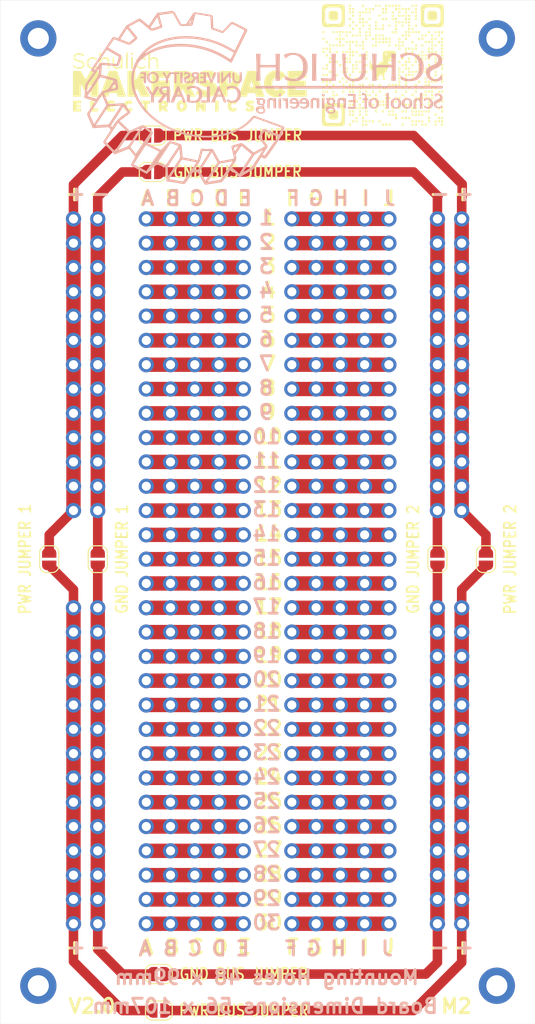
<source format=kicad_pcb>
(kicad_pcb (version 20240108) (generator "pcbnew") (generator_version "8.0")
  (title_block (title "Makerspace 1/2 Perfboard") (date "May 2nd, 2024") (company "Shulich School of Engineering") (comment 4 "Austin Nguyen"))
  (layers (0 "F.Cu" signal) (31 "B.Cu" signal) (34 "B.Paste" user) (35 "F.Paste" user) (36 "B.SilkS" user "B.Silkscreen") (37 "F.SilkS" user "F.Silkscreen") (38 "B.Mask" user) (39 "F.Mask" user) (44 "Edge.Cuts" user))
  (net 0 "")
  (footprint "SparkFun-Connector:1x01" (layer "F.Cu") (at 125.68 88.72)
    (property "Reference" "Ref**22" (hide yes))
    (property "Value" "Val**" (hide yes))
  )
  (footprint "SparkFun-Connector:1x01" (layer "F.Cu") (at 143.46 126.82)
    (property "Reference" "Ref**147" (hide yes))
    (property "Value" "Val**" (hide yes))
  )
  (footprint "SparkFun-Connector:1x01" (layer "F.Cu") (at 153.62 65.86)
    (property "Reference" "Ref**25" (hide yes))
    (property "Value" "Val**" (hide yes))
  )
  (footprint "SparkFun-Connector:1x01" (layer "F.Cu") (at 125.68 119.2)
    (property "Reference" "Ref**14" (hide yes))
    (property "Value" "Val**" (hide yes))
  )
  (footprint "SparkFun-Connector:1x01" (layer "F.Cu") (at 135.84 78.56)
    (property "Reference" "Ref**49" (hide yes))
    (property "Value" "Val**" (hide yes))
  )
  (footprint "SparkFun-Connector:1x01" (layer "F.Cu") (at 128.22 76.02)
    (property "Reference" "Ref**13" (hide yes))
    (property "Value" "Val**" (hide yes))
  )
  (footprint "SparkFun-Connector:1x01" (layer "F.Cu") (at 140.92 65.86)
    (property "Reference" "Ref**26" (hide yes))
    (property "Value" "Val**" (hide yes))
  )
  (footprint "SparkFun-Connector:1x01" (layer "F.Cu") (at 151.08 121.74)
    (property "Reference" "Ref**134" (hide yes))
    (property "Value" "Val**" (hide yes))
  )
  (footprint "SparkFun-Connector:1x01" (layer "F.Cu") (at 135.84 134.44)
    (property "Reference" "Ref**159" (hide yes))
    (property "Value" "Val**" (hide yes))
  )
  (footprint "SparkFun-Connector:1x01" (layer "F.Cu") (at 125.68 78.56)
    (property "Reference" "Ref**14" (hide yes))
    (property "Value" "Val**" (hide yes))
  )
  (footprint "SparkFun-Connector:1x01" (layer "F.Cu") (at 163.78 91.26)
    (property "Reference" "Ref**18" (hide yes))
    (property "Value" "Val**" (hide yes))
  )
  (footprint "SparkFun-Connector:1x01" (layer "F.Cu") (at 135.84 76.02)
    (property "Reference" "Ref**44" (hide yes))
    (property "Value" "Val**" (hide yes))
  )
  (footprint "SparkFun-Connector:1x01" (layer "F.Cu") (at 166.32 86.18)
    (property "Reference" "Ref**21" (hide yes))
    (property "Value" "Val**" (hide yes))
  )
  (footprint "SparkFun-Connector:1x01" (layer "F.Cu") (at 133.3 139.52)
    (property "Reference" "Ref**168" (hide yes))
    (property "Value" "Val**" (hide yes))
  )
  (footprint "MountingHole:MountingHole_2.2mm_M2_DIN965_Pad_TopBottom" (layer "F.Cu") (at 122 47)
    (property "Reference" "REF**" (hide yes))
    (property "Value" "MountingHole_2.2mm_M2_DIN965_Pad_TopBottom" (hide yes))
  )
  (footprint "SparkFun-Connector:1x01" (layer "F.Cu") (at 151.08 119.2)
    (property "Reference" "Ref**129" (hide yes))
    (property "Value" "Val**" (hide yes))
  )
  (footprint "SparkFun-Connector:1x01" (layer "F.Cu") (at 138.38 111.58)
    (property "Reference" "Ref**115" (hide yes))
    (property "Value" "Val**" (hide yes))
  )
  (footprint "SparkFun-Connector:1x01" (layer "F.Cu") (at 140.92 139.52)
    (property "Reference" "Ref**171" (hide yes))
    (property "Value" "Val**" (hide yes))
  )
  (footprint "SparkFun-Connector:1x01" (layer "F.Cu") (at 153.62 96.34)
    (property "Reference" "Ref**85" (hide yes))
    (property "Value" "Val**" (hide yes))
  )
  (footprint "SparkFun-Connector:1x01" (layer "F.Cu") (at 143.46 96.34)
    (property "Reference" "Ref**87" (hide yes))
    (property "Value" "Val**" (hide yes))
  )
  (footprint "SparkFun-Connector:1x01" (layer "F.Cu") (at 148.54 76.02)
    (property "Reference" "Ref**43" (hide yes))
    (property "Value" "Val**" (hide yes))
  )
  (footprint "Makerspace_Decals:QR_Code_Silk_Screen_13mm" (layer "F.Cu") (at 158.1 49.8)
    (property "Reference" "G***" (hide yes))
    (property "Value" "LOGO" (hide yes))
  )
  (footprint "MountingHole:MountingHole_2.2mm_M2_DIN965_Pad_TopBottom" (layer "F.Cu") (at 170 146)
    (property "Reference" "REF**" (hide yes))
    (property "Value" "MountingHole_2.2mm_M2_DIN965_Pad_TopBottom" (hide yes))
  )
  (footprint "SparkFun-Connector:1x01" (layer "F.Cu") (at 151.08 86.18)
    (property "Reference" "Ref**64" (hide yes))
    (property "Value" "Val**" (hide yes))
  )
  (footprint "SparkFun-Connector:1x01" (layer "F.Cu") (at 163.78 111.58)
    (property "Reference" "Ref**8" (hide yes))
    (property "Value" "Val**" (hide yes))
  )
  (footprint "SparkFun-Connector:1x01" (layer "F.Cu") (at 158.7 119.2)
    (property "Reference" "Ref**132" (hide yes))
    (property "Value" "Val**" (hide yes))
  )
  (footprint "SparkFun-Connector:1x01" (layer "F.Cu") (at 133.3 114.12)
    (property "Reference" "Ref**118" (hide yes))
    (property "Value" "Val**" (hide yes))
  )
  (footprint "SparkFun-Connector:1x01" (layer "F.Cu") (at 143.46 86.18)
    (property "Reference" "Ref**67" (hide yes))
    (property "Value" "Val**" (hide yes))
  )
  (footprint "SparkFun-Connector:1x01" (layer "F.Cu") (at 133.3 98.88)
    (property "Reference" "Ref**88" (hide yes))
    (property "Value" "Val**" (hide yes))
  )
  (footprint "SparkFun-Connector:1x01" (layer "F.Cu") (at 125.68 136.98)
    (property "Reference" "Ref**22" (hide yes))
    (property "Value" "Val**" (hide yes))
  )
  (footprint "SparkFun-Connector:1x01" (layer "F.Cu") (at 151.08 136.98)
    (property "Reference" "Ref**164" (hide yes))
    (property "Value" "Val**" (hide yes))
  )
  (footprint "SparkFun-Connector:1x01" (layer "F.Cu") (at 151.08 88.72)
    (property "Reference" "Ref**69" (hide yes))
    (property "Value" "Val**" (hide yes))
  )
  (footprint "SparkFun-Connector:1x01" (layer "F.Cu") (at 151.08 101.42)
    (property "Reference" "Ref**94" (hide yes))
    (property "Value" "Val**" (hide yes))
  )
  (footprint "SparkFun-Connector:1x01" (layer "F.Cu") (at 138.38 121.74)
    (property "Reference" "Ref**135" (hide yes))
    (property "Value" "Val**" (hide yes))
  )
  (footprint "SparkFun-Connector:1x01" (layer "F.Cu") (at 153.62 70.94)
    (property "Reference" "Ref**35" (hide yes))
    (property "Value" "Val**" (hide yes))
  )
  (footprint "SparkFun-Connector:1x01" (layer "F.Cu") (at 163.78 119.2)
    (property "Reference" "Ref**14" (hide yes))
    (property "Value" "Val**" (hide yes))
  )
  (footprint "SparkFun-Connector:1x01" (layer "F.Cu") (at 135.84 88.72)
    (property "Reference" "Ref**69" (hide yes))
    (property "Value" "Val**" (hide yes))
  )
  (footprint "SparkFun-Connector:1x01" (layer "F.Cu") (at 128.22 78.56)
    (property "Reference" "Ref**15" (hide yes))
    (property "Value" "Val**" (hide yes))
  )
  (footprint "SparkFun-Connector:1x01" (layer "F.Cu") (at 135.84 114.12)
    (property "Reference" "Ref**119" (hide yes))
    (property "Value" "Val**" (hide yes))
  )
  (footprint "SparkFun-Connector:1x01" (layer "F.Cu") (at 143.46 124.28)
    (property "Reference" "Ref**142" (hide yes))
    (property "Value" "Val**" (hide yes))
  )
  (footprint "SparkFun-Connector:1x01" (layer "F.Cu") (at 153.62 111.58)
    (property "Reference" "Ref**115" (hide yes))
    (property "Value" "Val**" (hide yes))
  )
  (footprint "SparkFun-Connector:1x01" (layer "F.Cu") (at 151.08 73.48)
    (property "Reference" "Ref**39" (hide yes))
    (property "Value" "Val**" (hide yes))
  )
  (footprint "SparkFun-Connector:1x01" (layer "F.Cu") (at 148.54 98.88)
    (property "Reference" "Ref**88" (hide yes))
    (property "Value" "Val**" (hide yes))
  )
  (footprint "SparkFun-Connector:1x01" (layer "F.Cu") (at 163.78 65.86)
    (property "Reference" "Ref**4" (hide yes))
    (property "Value" "Val**" (hide yes))
  )
  (footprint "SparkFun-Connector:1x01" (layer "F.Cu") (at 163.78 78.56)
    (property "Reference" "Ref**14" (hide yes))
    (property "Value" "Val**" (hide yes))
  )
  (footprint "SparkFun-Connector:1x01" (layer "F.Cu") (at 133.3 96.34)
    (property "Reference" "Ref**83" (hide yes))
    (property "Value" "Val**" (hide yes))
  )
  (footprint "SparkFun-Connector:1x01" (layer "F.Cu") (at 135.84 101.42)
    (property "Reference" "Ref**94" (hide yes))
    (property "Value" "Val**" (hide yes))
  )
  (footprint "SparkFun-Connector:1x01" (layer "F.Cu") (at 158.7 124.28)
    (property "Reference" "Ref**142" (hide yes))
    (property "Value" "Val**" (hide yes))
  )
  (footprint "SparkFun-Connector:1x01" (layer "F.Cu") (at 163.78 86.18)
    (property "Reference" "Ref**20" (hide yes))
    (property "Value" "Val**" (hide yes))
  )
  (footprint "SparkFun-Connector:1x01" (layer "F.Cu") (at 125.68 76.02)
    (property "Reference" "Ref**12" (hide yes))
    (property "Value" "Val**" (hide yes))
  )
  (footprint "SparkFun-Connector:1x01" (layer "F.Cu") (at 125.68 106.5)
    (property "Reference" "Ref**4" (hide yes))
    (property "Value" "Val**" (hide yes))
  )
  (footprint "SparkFun-Connector:1x01" (layer "F.Cu") (at 151.08 76.02)
    (property "Reference" "Ref**44" (hide yes))
    (property "Value" "Val**" (hide yes))
  )
  (footprint "SparkFun-Connector:1x01" (layer "F.Cu") (at 143.46 129.36)
    (property "Reference" "Ref**152" (hide yes))
    (property "Value" "Val**" (hide yes))
  )
  (footprint "SparkFun-Connector:1x01" (layer "F.Cu") (at 148.54 139.52)
    (property "Reference" "Ref**168" (hide yes))
    (property "Value" "Val**" (hide yes))
  )
  (footprint "SparkFun-Connector:1x01" (layer "F.Cu") (at 133.3 101.42)
    (property "Reference" "Ref**93" (hide yes))
    (property "Value" "Val**" (hide yes))
  )
  (footprint "SparkFun-Connector:1x01" (layer "F.Cu") (at 148.54 111.58)
    (property "Reference" "Ref**113" (hide yes))
    (property "Value" "Val**" (hide yes))
  )
  (footprint "SparkFun-Connector:1x01" (layer "F.Cu") (at 140.92 126.82)
    (property "Reference" "Ref**146" (hide yes))
    (property "Value" "Val**" (hide yes))
  )
  (footprint "SparkFun-Connector:1x01" (layer "F.Cu") (at 128.22 139.52)
    (property "Reference" "Ref**23" (hide yes))
    (property "Value" "Val**" (hide yes))
  )
  (footprint "SparkFun-Connector:1x01" (layer "F.Cu") (at 135.84 139.52)
    (property "Reference" "Ref**169" (hide yes))
    (property "Value" "Val**" (hide yes))
  )
  (footprint "SparkFun-Connector:1x01" (layer "F.Cu") (at 153.62 78.56)
    (property "Reference" "Ref**50" (hide yes))
    (property "Value" "Val**" (hide yes))
  )
  (footprint "SparkFun-Connector:1x01" (layer "F.Cu") (at 158.7 139.52)
    (property "Reference" "Ref**172" (hide yes))
    (property "Value" "Val**" (hide yes))
  )
  (footprint "SparkFun-Connector:1x01" (layer "F.Cu") (at 140.92 70.94)
    (property "Reference" "Ref**36" (hide yes))
    (property "Value" "Val**" (hide yes))
  )
  (footprint "SparkFun-Connector:1x01" (layer "F.Cu") (at 158.7 103.96)
    (property "Reference" "Ref**102" (hide yes))
    (property "Value" "Val**" (hide yes))
  )
  (footprint "SparkFun-Connector:1x01" (layer "F.Cu") (at 138.38 116.66)
    (property "Reference" "Ref**125" (hide yes))
    (property "Value" "Val**" (hide yes))
  )
  (footprint "SparkFun-Connector:1x01" (layer "F.Cu") (at 151.08 126.82)
    (property "Reference" "Ref**144" (hide yes))
    (property "Value" "Val**" (hide yes))
  )
  (footprint "SparkFun-Connector:1x01" (layer "F.Cu") (at 133.3 86.18)
    (property "Reference" "Ref**63" (hide yes))
    (property "Value" "Val**" (hide yes))
  )
  (footprint "SparkFun-Connector:1x01" (layer "F.Cu") (at 143.46 78.56)
    (property "Reference" "Ref**52" (hide yes))
    (property "Value" "Val**" (hide yes))
  )
  (footprint "SparkFun-Connector:1x01" (layer "F.Cu") (at 158.7 116.66)
    (property "Reference" "Ref**127" (hide yes))
    (property "Value" "Val**" (hide yes))
  )
  (footprint "SparkFun-Connector:1x01" (layer "F.Cu") (at 153.62 83.64)
    (property "Reference" "Ref**60" (hide yes))
    (property "Value" "Val**" (hide yes))
  )
  (footprint "SparkFun-Connector:1x01" (layer "F.Cu") (at 138.38 81.1)
    (property "Reference" "Ref**55" (hide yes))
    (property "Value" "Val**" (hide yes))
  )
  (footprint "SparkFun-Connector:1x01" (layer "F.Cu") (at 156.16 139.52)
    (property "Reference" "Ref**171" (hide yes))
    (property "Value" "Val**" (hide yes))
  )
  (footprint "SparkFun-Connector:1x01" (layer "F.Cu") (at 163.78 136.98)
    (property "Reference" "Ref**22" (hide yes))
    (property "Value" "Val**" (hide yes))
  )
  (footprint "SparkFun-Connector:1x01" (layer "F.Cu") (at 143.46 68.4)
    (property "Reference" "Ref**32" (hide yes))
    (property "Value" "Val**" (hide yes))
  )
  (footprint "SparkFun-Connector:1x01" (layer "F.Cu") (at 128.22 73.48)
    (property "Reference" "Ref**11" (hide yes))
    (property "Value" "Val**" (hide yes))
  )
  (footprint "SparkFun-Connector:1x01" (layer "F.Cu") (at 140.92 91.26)
    (property "Reference" "Ref**76" (hide yes))
    (property "Value" "Val**" (hide yes))
  )
  (footprint "SparkFun-Connector:1x01" (layer "F.Cu") (at 125.68 134.44)
    (property "Reference" "Ref**20" (hide yes))
    (property "Value" "Val**" (hide yes))
  )
  (footprint "SparkFun-Connector:1x01" (layer "F.Cu") (at 133.3 68.4)
    (property "Reference" "Ref**28" (hide yes))
    (property "Value" "Val**" (hide yes))
  )
  (footprint "SparkFun-Connector:1x01" (layer "F.Cu") (at 156.16 96.34)
    (property "Reference" "Ref**86" (hide yes))
    (property "Value" "Val**" (hide yes))
  )
  (footprint "SparkFun-Connector:1x01" (layer "F.Cu") (at 158.7 91.26)
    (property "Reference" "Ref**77" (hide yes))
    (property "Value" "Val**" (hide yes))
  )
  (footprint "SparkFun-Connector:1x01" (layer "F.Cu") (at 151.08 124.28)
    (property "Reference" "Ref**139" (hide yes))
    (property "Value" "Val**" (hide yes))
  )
  (footprint "SparkFun-Connector:1x01" (layer "F.Cu") (at 133.3 119.2)
    (property "Reference" "Ref**128" (hide yes))
    (property "Value" "Val**" (hide yes))
  )
  (footprint "SparkFun-Connector:1x01" (layer "F.Cu") (at 163.78 124.28)
    (property "Reference" "Ref**18" (hide yes))
    (property "Value" "Val**" (hide yes))
  )
  (footprint "SparkFun-Connector:1x01" (layer "F.Cu") (at 166.32 78.56)
    (property "Reference" "Ref**15" (hide yes))
    (property "Value" "Val**" (hide yes))
  )
  (footprint "SparkFun-Connector:1x01" (layer "F.Cu") (at 125.68 121.74)
    (property "Reference" "Ref**16" (hide yes))
    (property "Value" "Val**" (hide yes))
  )
  (footprint "SparkFun-Connector:1x01" (layer "F.Cu") (at 140.92 86.18)
    (property "Reference" "Ref**66" (hide yes))
    (property "Value" "Val**" (hide yes))
  )
  (footprint "SparkFun-Connector:1x01" (layer "F.Cu") (at 128.22 116.66)
    (property "Reference" "Ref**13" (hide yes))
    (property "Value" "Val**" (hide yes))
  )
  (footprint "SparkFun-Connector:1x01" (layer "F.Cu") (at 158.7 65.86)
    (property "Reference" "Ref**27" (hide yes))
    (property "Value" "Val**" (hide yes))
  )
  (footprint "SparkFun-Connector:1x01" (layer "F.Cu") (at 156.16 116.66)
    (property "Reference" "Ref**126" (hide yes))
    (property "Value" "Val**" (hide yes))
  )
  (footprint "SparkFun-Connector:1x01" (layer "F.Cu") (at 148.54 81.1)
    (property "Reference" "Ref**53" (hide yes))
    (property "Value" "Val**" (hide yes))
  )
  (footprint "Jumper:SolderJumper-2_P1.3mm_Open_RoundedPad1.0x1.5mm" (layer "F.Cu") (at 133.97 57.15)
    (property "Reference" "PWR BUS JUMPER")
    (property "Value" "SolderJumper-2_P1.3mm_Open_RoundedPad1.0x1.5mm" (hide yes))
  )
  (footprint "SparkFun-Connector:1x01" (layer "F.Cu") (at 151.08 98.88)
    (property "Reference" "Ref**89" (hide yes))
    (property "Value" "Val**" (hide yes))
  )
  (footprint "SparkFun-Connector:1x01" (layer "F.Cu") (at 138.38 98.88)
    (property "Reference" "Ref**90" (hide yes))
    (property "Value" "Val**" (hide yes))
  )
  (footprint "SparkFun-Connector:1x01" (layer "F.Cu") (at 158.7 73.48)
    (property "Reference" "Ref**42" (hide yes))
    (property "Value" "Val**" (hide yes))
  )
  (footprint "SparkFun-Connector:1x01" (layer "F.Cu") (at 138.38 129.36)
    (property "Reference" "Ref**150" (hide yes))
    (property "Value" "Val**" (hide yes))
  )
  (footprint "SparkFun-Connector:1x01" (layer "F.Cu") (at 156.16 78.56)
    (property "Reference" "Ref**51" (hide yes))
    (property "Value" "Val**" (hide yes))
  )
  (footprint "SparkFun-Connector:1x01" (layer "F.Cu") (at 138.38 136.98)
    (property "Reference" "Ref**165" (hide yes))
    (property "Value" "Val**" (hide yes))
  )
  (footprint "SparkFun-Connector:1x01" (layer "F.Cu") (at 156.16 124.28)
    (property "Reference" "Ref**141" (hide yes))
    (property "Value" "Val**" (hide yes))
  )
  (footprint "SparkFun-Connector:1x01" (layer "F.Cu") (at 151.08 96.34)
    (property "Reference" "Ref**84" (hide yes))
    (property "Value" "Val**" (hide yes))
  )
  (footprint "SparkFun-Connector:1x01" (layer "F.Cu") (at 138.38 70.94)
    (property "Reference" "Ref**35" (hide yes))
    (property "Value" "Val**" (hide yes))
  )
  (footprint "SparkFun-Connector:1x01" (layer "F.Cu") (at 138.38 91.26)
    (property "Reference" "Ref**75" (hide yes))
    (property "Value" "Val**" (hide yes))
  )
  (footprint "SparkFun-Connector:1x01" (layer "F.Cu") (at 156.16 129.36)
    (property "Reference" "Ref**151" (hide yes))
    (property "Value" "Val**" (hide yes))
  )
  (footprint "SparkFun-Connector:1x01" (layer "F.Cu") (at 128.22 111.58)
    (property "Reference" "Ref**9" (hide yes))
    (property "Value" "Val**" (hide yes))
  )
  (footprint "SparkFun-Connector:1x01" (layer "F.Cu") (at 148.54 73.48)
    (property "Reference" "Ref**38" (hide yes))
    (property "Value" "Val**" (hide yes))
  )
  (footprint "SparkFun-Connector:1x01" (layer "F.Cu") (at 156.16 114.12)
    (property "Reference" "Ref**121" (hide yes))
    (property "Value" "Val**" (hide yes))
  )
  (footprint "SparkFun-Connector:1x01" (layer "F.Cu") (at 143.46 98.88)
    (property "Reference" "Ref**92" (hide yes))
    (property "Value" "Val**" (hide yes))
  )
  (footprint "SparkFun-Connector:1x01" (layer "F.Cu") (at 133.3 116.66)
    (property "Reference" "Ref**123" (hide yes))
    (property "Value" "Val**" (hide yes))
  )
  (footprint "SparkFun-Connector:1x01" (layer "F.Cu") (at 156.16 68.4)
    (property "Reference" "Ref**31" (hide yes))
    (property "Value" "Val**" (hide yes))
  )
  (footprint "SparkFun-Connector:1x01" (layer "F.Cu") (at 151.08 68.4)
    (property "Reference" "Ref**29" (hide yes))
    (property "Value" "Val**" (hide yes))
  )
  (footprint "SparkFun-Connector:1x01" (layer "F.Cu") (at 153.62 88.72)
    (property "Reference" "Ref**70" (hide yes))
    (property "Value" "Val**" (hide yes))
  )
  (footprint "SparkFun-Connector:1x01" (layer "F.Cu") (at 140.92 136.98)
    (property "Reference" "Ref**166" (hide yes))
    (property "Value" "Val**" (hide yes))
  )
  (footprint "SparkFun-Connector:1x01" (layer "F.Cu") (at 128.22 70.94)
    (property "Reference" "Ref**9" (hide yes))
    (property "Value" "Val**" (hide yes))
  )
  (footprint "SparkFun-Connector:1x01" (layer "F.Cu") (at 156.16 88.72)
    (property "Reference" "Ref**71" (hide yes))
    (property "Value" "Val**" (hide yes))
  )
  (footprint "SparkFun-Connector:1x01" (layer "F.Cu") (at 166.32 76.02)
    (property "Reference" "Ref**13" (hide yes))
    (property "Value" "Val**" (hide yes))
  )
  (footprint "SparkFun-Connector:1x01" (layer "F.Cu") (at 153.62 139.52)
    (property "Reference" "Ref**170" (hide yes))
    (property "Value" "Val**" (hide yes))
  )
  (footprint "SparkFun-Connector:1x01" (layer "F.Cu") (at 140.92 88.72)
    (property "Reference" "Ref**71" (hide yes))
    (property "Value" "Val**" (hide yes))
  )
  (footprint "SparkFun-Connector:1x01" (layer "F.Cu") (at 143.46 116.66)
    (property "Reference" "Ref**127" (hide yes))
    (property "Value" "Val**" (hide yes))
  )
  (footprint "SparkFun-Connector:1x01" (layer "F.Cu") (at 156.16 81.1)
    (property "Reference" "Ref**56" (hide yes))
    (property "Value" "Val**" (hide yes))
  )
  (footprint "SparkFun-Connector:1x01" (layer "F.Cu") (at 143.46 106.5)
    (property "Reference" "Ref**107" (hide yes))
    (property "Value" "Val**" (hide yes))
  )
  (footprint "SparkFun-Connector:1x01" (layer "F.Cu") (at 143.46 101.42)
    (property "Reference" "Ref**97" (hide yes))
    (property "Value" "Val**" (hide yes))
  )
  (footprint "SparkFun-Connector:1x01" (layer "F.Cu") (at 158.7 81.1)
    (property "Reference" "Ref**57" (hide yes))
    (property "Value" "Val**" (hide yes))
  )
  (footprint "SparkFun-Connector:1x01" (layer "F.Cu") (at 143.46 81.1)
    (property "Reference" "Ref**57" (hide yes))
    (property "Value" "Val**" (hide yes))
  )
  (footprint "SparkFun-Connector:1x01" (layer "F.Cu") (at 163.78 68.4)
    (property "Reference" "Ref**6" (hide yes))
    (property "Value" "Val**" (hide yes))
  )
  (footprint "SparkFun-Connector:1x01" (layer "F.Cu") (at 140.92 106.5)
    (property "Reference" "Ref**106" (hide yes))
    (property "Value" "Val**" (hide yes))
  )
  (footprint "SparkFun-Connector:1x01" (layer "F.Cu") (at 158.7 129.36)
    (property "Reference" "Ref**152" (hide yes))
    (property "Value" "Val**" (hide yes))
  )
  (footprint "SparkFun-Connector:1x01" (layer "F.Cu") (at 143.46 65.86)
    (property "Reference" "Ref**27" (hide yes))
    (property "Value" "Val**" (hide yes))
  )
  (footprint "SparkFun-Connector:1x01" (layer "F.Cu") (at 143.46 91.26)
    (property "Reference" "Ref**77" (hide yes))
    (property "Value" "Val**" (hide yes))
  )
  (footprint "SparkFun-Connector:1x01" (layer "F.Cu") (at 128.22 121.74)
    (property "Reference" "Ref**17" (hide yes))
    (property "Value" "Val**" (hide yes))
  )
  (footprint "SparkFun-Connector:1x01" (layer "F.Cu") (at 166.32 83.64)
    (property "Reference" "Ref**19" (hide yes))
    (property "Value" "Val**" (hide yes))
  )
  (footprint "SparkFun-Connector:1x01" (layer "F.Cu") (at 133.3 106.5)
    (property "Reference" "Ref**103" (hide yes))
    (property "Value" "Val**" (hide yes))
  )
  (footprint "SparkFun-Connector:1x01" (layer "F.Cu") (at 148.54 106.5)
    (property "Reference" "Ref**103" (hide yes))
    (property "Value" "Val**" (hide yes))
  )
  (footprint "SparkFun-Connector:1x01" (layer "F.Cu") (at 133.3 91.26)
    (property "Reference" "Ref**73" (hide yes))
    (property "Value" "Val**" (hide yes))
  )
  (footprint "Jumper:SolderJumper-2_P1.3mm_Open_RoundedPad1.0x1.5mm" (layer "F.Cu") (at 123.14 101.42 90)
    (property "Reference" "PWR JUMPER 1")
    (property "Value" "SolderJumper-2_P1.3mm_Open_RoundedPad1.0x1.5mm" (hide yes))
  )
  (footprint "SparkFun-Connector:1x01" (layer "F.Cu") (at 151.08 131.9)
    (property "Reference" "Ref**154" (hide yes))
    (property "Value" "Val**" (hide yes))
  )
  (footprint "SparkFun-Connector:1x01" (layer "F.Cu") (at 163.78 126.82)
    (property "Reference" "Ref**20" (hide yes))
    (property "Value" "Val**" (hide yes))
  )
  (footprint "SparkFun-Connector:1x01" (layer "F.Cu") (at 138.38 139.52)
    (property "Reference" "Ref**170" (hide yes))
    (property "Value" "Val**" (hide yes))
  )
  (footprint "SparkFun-Connector:1x01" (layer "F.Cu") (at 153.62 81.1)
    (property "Reference" "Ref**55" (hide yes))
    (property "Value" "Val**" (hide yes))
  )
  (footprint "SparkFun-Connector:1x01" (layer "F.Cu") (at 166.32 124.28)
    (property "Reference" "Ref**19" (hide yes))
    (property "Value" "Val**" (hide yes))
  )
  (footprint "SparkFun-Connector:1x01" (layer "F.Cu") (at 166.32 131.9)
    (property "Reference" "Ref**19" (hide yes))
    (property "Value" "Val**" (hide yes))
  )
  (footprint "SparkFun-Connector:1x01" (layer "F.Cu") (at 158.7 109.04)
    (property "Reference" "Ref**112" (hide yes))
    (property "Value" "Val**" (hide yes))
  )
  (footprint "SparkFun-Connector:1x01" (layer "F.Cu") (at 166.32 126.82)
    (property "Reference" "Ref**21" (hide yes))
    (property "Value" "Val**" (hide yes))
  )
  (footprint "SparkFun-Connector:1x01" (layer "F.Cu") (at 148.54 88.72)
    (property "Reference" "Ref**68" (hide yes))
    (property "Value" "Val**" (hide yes))
  )
  (footprint "SparkFun-Connector:1x01" (layer "F.Cu") (at 163.78 83.64)
    (property "Reference" "Ref**18" (hide yes))
    (property "Value" "Val**" (hide yes))
  )
  (footprint "SparkFun-Connector:1x01" (layer "F.Cu") (at 135.84 111.58)
    (property "Reference" "Ref**114" (hide yes))
    (property "Value" "Val**" (hide yes))
  )
  (footprint "SparkFun-Connector:1x01" (layer "F.Cu") (at 140.92 103.96)
    (property "Reference" "Ref**101" (hide yes))
    (property "Value" "Val**" (hide yes))
  )
  (footprint "SparkFun-Connector:1x01" (layer "F.Cu") (at 163.78 131.9)
    (property "Reference" "Ref**18" (hide yes))
    (property "Value" "Val**" (hide yes))
  )
  (footprint "SparkFun-Connector:1x01" (layer "F.Cu") (at 158.7 78.56)
    (property "Reference" "Ref**52" (hide yes))
    (property "Value" "Val**" (hide yes))
  )
  (footprint "SparkFun-Connector:1x01" (layer "F.Cu") (at 125.68 139.52)
    (property "Reference" "Ref**22" (hide yes))
    (property "Value" "Val**" (hide yes))
  )
  (footprint "SparkFun-Connector:1x01" (layer "F.Cu") (at 151.08 70.94)
    (property "Reference" "Ref**34" (hide yes))
    (property "Value" "Val**" (hide yes))
  )
  (footprint "SparkFun-Connector:1x01" (layer "F.Cu") (at 148.54 109.04)
    (property "Reference" "Ref**108" (hide yes))
    (property "Value" "Val**" (hide yes))
  )
  (footprint "SparkFun-Connector:1x01" (layer "F.Cu") (at 140.92 96.34)
    (property "Reference" "Ref**86" (hide yes))
    (property "Value" "Val**" (hide yes))
  )
  (footprint "SparkFun-Connector:1x01" (layer "F.Cu") (at 153.62 136.98)
    (property "Reference" "Ref**165" (hide yes))
    (property "Value" "Val**" (hide yes))
  )
  (footprint "SparkFun-Connector:1x01" (layer "F.Cu") (at 148.54 91.26)
    (property "Reference" "Ref**73" (hide yes))
    (property "Value" "Val**" (hide yes))
  )
  (footprint "SparkFun-Connector:1x01" (layer "F.Cu") (at 125.68 81.1)
    (property "Reference" "Ref**16" (hide yes))
    (property "Value" "Val**" (hide yes))
  )
  (footprint "SparkFun-Connector:1x01" (layer "F.Cu") (at 125.68 68.4)
    (property "Reference" "Ref**6" (hide yes))
    (property "Value" "Val**" (hide yes))
  )
  (footprint "SparkFun-Connector:1x01" (layer "F.Cu") (at 153.62 124.28)
    (property "Reference" "Ref**140" (hide yes))
    (property "Value" "Val**" (hide yes))
  )
  (footprint "SparkFun-Connector:1x01" (layer "F.Cu") (at 158.7 131.9)
    (property "Reference" "Ref**157" (hide yes))
    (property "Value" "Val**" (hide yes))
  )
  (footprint "SparkFun-Connector:1x01" (layer "F.Cu") (at 125.68 114.12)
    (property "Reference" "Ref**10" (hide yes))
    (property "Value" "Val**" (hide yes))
  )
  (footprint "SparkFun-Connector:1x01" (layer "F.Cu") (at 125.68 73.48)
    (property "Reference" "Ref**10" (hide yes))
    (property "Value" "Val**" (hide yes))
  )
  (footprint "SparkFun-Connector:1x01" (layer "F.Cu") (at 135.84 126.82)
    (property "Reference" "Ref**144" (hide yes))
    (property "Value" "Val**" (hide yes))
  )
  (footprint "SparkFun-Connector:1x01" (layer "F.Cu") (at 163.78 73.48)
    (property "Reference" "Ref**10" (hide yes))
    (property "Value" "Val**" (hide yes))
  )
  (footprint "SparkFun-Connector:1x01" (layer "F.Cu") (at 156.16 93.8)
    (property "Reference" "Ref**81" (hide yes))
    (property "Value" "Val**" (hide yes))
  )
  (footprint "SparkFun-Connector:1x01" (layer "F.Cu") (at 143.46 131.9)
    (property "Reference" "Ref**157" (hide yes))
    (property "Value" "Val**" (hide yes))
  )
  (footprint "SparkFun-Connector:1x01" (layer "F.Cu") (at 153.62 86.18)
    (property "Reference" "Ref**65" (hide yes))
    (property "Value" "Val**" (hide yes))
  )
  (footprint "SparkFun-Connector:1x01" (layer "F.Cu") (at 128.22 81.1)
    (property "Reference" "Ref**17" (hide yes))
    (property "Value" "Val**" (hide yes))
  )
  (footprint "SparkFun-Connector:1x01" (layer "F.Cu") (at 125.68 116.66)
    (property "Reference" "Ref**12" (hide yes))
    (property "Value" "Val**" (hide yes))
  )
  (footprint "SparkFun-Connector:1x01" (layer "F.Cu") (at 133.3 65.86)
    (property "Reference" "Ref**4" (hide yes))
    (property "Value" "Val**" (hide yes))
  )
  (footprint "SparkFun-Connector:1x01" (layer "F.Cu") (at 133.3 129.36)
    (property "Reference" "Ref**148" (hide yes))
    (property "Value" "Val**" (hide yes))
  )
  (footprint "SparkFun-Connector:1x01" (layer "F.Cu") (at 135.84 81.1)
    (property "Reference" "Ref**54" (hide yes))
    (property "Value" "Val**" (hide yes))
  )
  (footprint "SparkFun-Connector:1x01" (layer "F.Cu") (at 138.38 88.72)
    (property "Reference" "Ref**70" (hide yes))
    (property "Value" "Val**" (hide yes))
  )
  (footprint "Jumper:SolderJumper-2_P1.3mm_Open_RoundedPad1.0x1.5mm" (layer "F.Cu") (at 168.86 101.42 90)
    (property "Reference" "PWR JUMPER 2")
    (property "Value" "SolderJumper-2_P1.3mm_Open_RoundedPad1.0x1.5mm" (hide yes))
  )
  (footprint "SparkFun-Connector:1x01" (layer "F.Cu") (at 153.62 106.5)
    (property "Reference" "Ref**105" (hide yes))
    (property "Value" "Val**" (hide yes))
  )
  (footprint "SparkFun-Connector:1x01" (layer "F.Cu") (at 166.32 96.34)
    (property "Reference" "Ref**23" (hide yes))
    (property "Value" "Val**" (hide yes))
  )
  (footprint "SparkFun-Connector:1x01" (layer "F.Cu") (at 135.84 65.86)
    (property "Reference" "Ref**24" (hide yes))
    (property "Value" "Val**" (hide yes))
  )
  (footprint "SparkFun-Connector:1x01" (layer "F.Cu") (at 138.38 114.12)
    (property "Reference" "Ref**120" (hide yes))
    (property "Value" "Val**" (hide yes))
  )
  (footprint "SparkFun-Connector:1x01" (layer "F.Cu") (at 133.3 109.04)
    (property "Reference" "Ref**108" (hide yes))
    (property "Value" "Val**" (hide yes))
  )
  (footprint "SparkFun-Connector:1x01" (layer "F.Cu") (at 151.08 103.96)
    (property "Reference" "Ref**99" (hide yes))
    (property "Value" "Val**" (hide yes))
  )
  (footprint "SparkFun-Connector:1x01" (layer "F.Cu") (at 125.68 129.36)
    (property "Reference" "Ref**22" (hide yes))
    (property "Value" "Val**" (hide yes))
  )
  (footprint "SparkFun-Connector:1x01" (layer "F.Cu") (at 140.92 111.58)
    (property "Reference" "Ref**116" (hide yes))
    (property "Value" "Val**" (hide yes))
  )
  (footprint "SparkFun-Connector:1x01" (layer "F.Cu") (at 166.32 134.44)
    (property "Reference" "Ref**21" (hide yes))
    (property "Value" "Val**" (hide yes))
  )
  (footprint "SparkFun-Connector:1x01" (layer "F.Cu") (at 128.22 65.86)
    (property "Reference" "Ref**5" (hide yes))
    (property "Value" "Val**" (hide yes))
  )
  (footprint "SparkFun-Connector:1x01" (layer "F.Cu") (at 135.84 73.48)
    (property "Reference" "Ref**39" (hide yes))
    (property "Value" "Val**" (hide yes))
  )
  (footprint "SparkFun-Connector:1x01" (layer "F.Cu") (at 153.62 114.12)
    (property "Reference" "Ref**120" (hide yes))
    (property "Value" "Val**" (hide yes))
  )
  (footprint "SparkFun-Connector:1x01" (layer "F.Cu") (at 133.3 73.48)
    (property "Reference" "Ref**38" (hide yes))
    (property "Value" "Val**" (hide yes))
  )
  (footprint "SparkFun-Connector:1x01" (layer "F.Cu") (at 133.3 124.28)
    (property "Reference" "Ref**138" (hide yes))
    (property "Value" "Val**" (hide yes))
  )
  (footprint "SparkFun-Connector:1x01" (layer "F.Cu") (at 143.46 93.8)
    (property "Reference" "Ref**82" (hide yes))
    (property "Value" "Val**" (hide yes))
  )
  (footprint "SparkFun-Connector:1x01" (layer "F.Cu") (at 135.84 70.94)
    (property "Reference" "Ref**34" (hide yes))
    (property "Value" "Val**" (hide yes))
  )
  (footprint "SparkFun-Connector:1x01" (layer "F.Cu") (at 148.54 136.98)
    (property "Reference" "Ref**163" (hide yes))
    (property "Value" "Val**" (hide yes))
  )
  (footprint "SparkFun-Connector:1x01" (layer "F.Cu") (at 156.16 98.88)
    (property "Reference" "Ref**91" (hide yes))
    (property "Value" "Val**" (hide yes))
  )
  (footprint "SparkFun-Connector:1x01" (layer "F.Cu") (at 151.08 91.26)
    (property "Reference" "Ref**74" (hide yes))
    (property "Value" "Val**" (hide yes))
  )
  (footprint "SparkFun-Connector:1x01" (layer "F.Cu") (at 151.08 129.36)
    (property "Reference" "Ref**149" (hide yes))
    (property "Value" "Val**" (hide yes))
  )
  (footprint "SparkFun-Connector:1x01" (layer "F.Cu") (at 125.68 124.28)
    (property "Reference" "Ref**18" (hide yes))
    (property "Value" "Val**" (hide yes))
  )
  (footprint "SparkFun-Connector:1x01" (layer "F.Cu") (at 156.16 70.94)
    (property "Reference" "Ref**36" (hide yes))
    (property "Value" "Val**" (hide yes))
  )
  (footprint "SparkFun-Connector:1x01" (layer "F.Cu") (at 166.32 73.48)
    (property "Reference" "Ref**11" (hide yes))
    (property "Value" "Val**" (hide yes))
  )
  (footprint "SparkFun-Connector:1x01" (layer "F.Cu") (at 158.7 121.74)
    (property "Reference" "Ref**137" (hide yes))
    (property "Value" "Val**" (hide yes))
  )
  (footprint "SparkFun-Connector:1x01" (layer "F.Cu") (at 143.46 136.98)
    (property "Reference" "Ref**167" (hide yes))
    (property "Value" "Val**" (hide yes))
  )
  (footprint "SparkFun-Connector:1x01" (layer "F.Cu") (at 143.46 139.52)
    (property "Reference" "Ref**172" (hide yes))
    (property "Value" "Val**" (hide yes))
  )
  (footprint "SparkFun-Connector:1x01" (layer "F.Cu") (at 128.22 106.5)
    (property "Reference" "Ref**5" (hide yes))
    (property "Value" "Val**" (hide yes))
  )
  (footprint "SparkFun-Connector:1x01" (layer "F.Cu") (at 133.3 131.9)
    (property "Reference" "Ref**153" (hide yes))
    (property "Value" "Val**" (hide yes))
  )
  (footprint "SparkFun-Connector:1x01" (layer "F.Cu") (at 138.38 83.64)
    (property "Reference" "Ref**60" (hide yes))
    (property "Value" "Val**" (hide yes))
  )
  (footprint "SparkFun-Connector:1x01" (layer "F.Cu") (at 156.16 121.74)
    (property "Reference" "Ref**136" (hide yes))
    (property "Value" "Val**" (hide yes))
  )
  (footprint "SparkFun-Connector:1x01" (layer "F.Cu") (at 128.22 86.18)
    (property "Reference" "Ref**21" (hide yes))
    (property "Value" "Val**" (hide yes))
  )
  (footprint "SparkFun-Connector:1x01" (layer "F.Cu") (at 163.78 70.94)
    (property "Reference" "Ref**8" (hide yes))
    (property "Value" "Val**" (hide yes))
  )
  (footprint "SparkFun-Connector:1x01" (layer "F.Cu") (at 156.16 86.18)
    (property "Reference" "Ref**66" (hide yes))
    (property "Value" "Val**" (hide yes))
  )
  (footprint "SparkFun-Connector:1x01" (layer "F.Cu") (at 133.3 70.94)
    (property "Reference" "Ref**33" (hide yes))
    (property "Value" "Val**" (hide yes))
  )
  (footprint "SparkFun-Connector:1x01" (layer "F.Cu") (at 133.3 83.64)
    (property "Reference" "Ref**58" (hide yes))
    (property "Value" "Val**" (hide yes))
  )
  (footprint "SparkFun-Connector:1x01" (layer "F.Cu") (at 153.62 129.36)
    (property "Reference" "Ref**150" (hide yes))
    (property "Value" "Val**" (hide yes))
  )
  (footprint "SparkFun-Connector:1x01" (layer "F.Cu") (at 166.32 93.8)
    (property "Reference" "Ref**21" (hide yes))
    (property "Value" "Val**" (hide yes))
  )
  (footprint "SparkFun-Connector:1x01" (layer "F.Cu") (at 135.84 83.64)
    (property "Reference" "Ref**59" (hide yes))
    (property "Value" "Val**" (hide yes))
  )
  (footprint "SparkFun-Connector:1x01" (layer "F.Cu") (at 153.62 98.88)
    (property "Reference" "Ref**90" (hide yes))
    (property "Value" "Val**" (hide yes))
  )
  (footprint "SparkFun-Connector:1x01" (layer "F.Cu") (at 138.38 65.86)
    (property "Reference" "Ref**25" (hide yes))
    (property "Value" "Val**" (hide yes))
  )
  (footprint "SparkFun-Connector:1x01" (layer "F.Cu") (at 125.68 70.94)
    (property "Reference" "Ref**8" (hide yes))
    (property "Value" "Val**" (hide yes))
  )
  (footprint "SparkFun-Connector:1x01" (layer "F.Cu") (at 140.92 134.44)
    (property "Reference" "Ref**161" (hide yes))
    (property "Value" "Val**" (hide yes))
  )
  (footprint "SparkFun-Connector:1x01" (layer "F.Cu") (at 158.7 83.64)
    (property "Reference" "Ref**62" (hide yes))
    (property "Value" "Val**" (hide yes))
  )
  (footprint "SparkFun-Connector:1x01" (layer "F.Cu") (at 156.16 126.82)
    (property "Reference" "Ref**146" (hide yes))
    (property "Value" "Val**" (hide yes))
  )
  (footprint "SparkFun-Connector:1x01" (layer "F.Cu") (at 133.3 88.72)
    (property "Reference" "Ref**68" (hide yes))
    (property "Value" "Val**" (hide yes))
  )
  (footprint "SparkFun-Connector:1x01" (layer "F.Cu") (at 158.7 136.98)
    (property "Reference" "Ref**167" (hide yes))
    (property "Value" "Val**" (hide yes))
  )
  (footprint "SparkFun-Connector:1x01" (layer "F.Cu") (at 153.62 119.2)
    (property "Reference" "Ref**130" (hide yes))
    (property "Value" "Val**" (hide yes))
  )
  (footprint "SparkFun-Connector:1x01" (layer "F.Cu") (at 151.08 78.56)
    (property "Reference" "Ref**49" (hide yes))
    (property "Value" "Val**" (hide yes))
  )
  (footprint "SparkFun-Connector:1x01" (layer "F.Cu") (at 148.54 78.56)
    (property "Reference" "Ref**48" (hide yes))
    (property "Value" "Val**" (hide yes))
  )
  (footprint "SparkFun-Connector:1x01" (layer "F.Cu") (at 166.32 109.04)
    (property "Reference" "Ref**7" (hide yes))
    (property "Value" "Val**" (hide yes))
  )
  (footprint "SparkFun-Connector:1x01" (layer "F.Cu") (at 156.16 91.26)
    (property "Reference" "Ref**76" (hide yes))
    (property "Value" "Val**" (hide yes))
  )
  (footprint "SparkFun-Connector:1x01" (layer "F.Cu") (at 158.7 98.88)
    (property "Reference" "Ref**92" (hide yes))
    (property "Value" "Val**" (hide yes))
  )
  (footprint "SparkFun-Connector:1x01" (layer "F.Cu") (at 125.68 96.34)
    (property "Reference" "Ref**22" (hide yes))
    (property "Value" "Val**" (hide yes))
  )
  (footprint "SparkFun-Connector:1x01" (layer "F.Cu") (at 135.84 68.4)
    (property "Reference" "Ref**29" (hide yes))
    (property "Value" "Val**" (hide yes))
  )
  (footprint "SparkFun-Connector:1x01" (layer "F.Cu") (at 125.68 111.58)
    (property "Reference" "Ref**8" (hide yes))
    (property "Value" "Val**" (hide yes))
  )
  (footprint "SparkFun-Connector:1x01" (layer "F.Cu") (at 163.78 134.44)
    (property "Reference" "Ref**20" (hide yes))
    (property "Value" "Val**" (hide yes))
  )
  (footprint "SparkFun-Connector:1x01" (layer "F.Cu") (at 153.62 134.44)
    (property "Reference" "Ref**160" (hide yes))
    (property "Value" "Val**" (hide yes))
  )
  (footprint "SparkFun-Connector:1x01" (layer "F.Cu") (at 151.08 106.5)
    (property "Reference" "Ref**104" (hide yes))
    (property "Value" "Val**" (hide yes))
  )
  (footprint "SparkFun-Connector:1x01" (layer "F.Cu") (at 140.92 121.74)
    (property "Reference" "Ref**136" (hide yes))
    (property "Value" "Val**" (hide yes))
  )
  (footprint "SparkFun-Connector:1x01" (layer "F.Cu") (at 153.62 109.04)
    (property "Reference" "Ref**110" (hide yes))
    (property "Value" "Val**" (hide yes))
  )
  (footprint "SparkFun-Connector:1x01" (layer "F.Cu") (at 148.54 124.28)
    (property "Reference" "Ref**138" (hide yes))
    (property "Value" "Val**" (hide yes))
  )
  (footprint "SparkFun-Connector:1x01" (layer "F.Cu") (at 138.38 119.2)
    (property "Reference" "Ref**130" (hide yes))
    (property "Value" "Val**" (hide yes))
  )
  (footprint "SparkFun-Connector:1x01" (layer "F.Cu") (at 140.92 76.02)
    (property "Reference" "Ref**46" (hide yes))
    (property "Value" "Val**" (hide yes))
  )
  (footprint "SparkFun-Connector:1x01" (layer "F.Cu") (at 140.92 101.42)
    (property "Reference" "Ref**96" (hide yes))
    (property "Value" "Val**" (hide yes))
  )
  (footprint "SparkFun-Connector:1x01" (layer "F.Cu") (at 148.54 65.86)
    (property "Reference" "Ref**4" (hide yes))
    (property "Value" "Val**" (hide yes))
  )
  (footprint "SparkFun-Connector:1x01" (layer "F.Cu") (at 163.78 109.04)
    (property "Reference" "Ref**6" (hide yes))
    (property "Value" "Val**" (hide yes))
  )
  (footprint "SparkFun-Connector:1x01" (layer "F.Cu") (at 158.7 111.58)
    (property "Reference" "Ref**117" (hide yes))
    (property "Value" "Val**" (hide yes))
  )
  (footprint "SparkFun-Connector:1x01" (layer "F.Cu") (at 140.92 98.88)
    (property "Reference" "Ref**91" (hide yes))
    (property "Value" "Val**" (hide yes))
  )
  (footprint "SparkFun-Connector:1x01" (layer "F.Cu") (at 151.08 134.44)
    (property "Reference" "Ref**159" (hide yes))
    (property "Value" "Val**" (hide yes))
  )
  (footprint "SparkFun-Connector:1x01" (layer "F.Cu") (at 135.84 119.2)
    (property "Reference" "Ref**129" (hide yes))
    (property "Value" "Val**" (hide yes))
  )
  (footprint "SparkFun-Connector:1x01" (layer "F.Cu") (at 156.16 101.42)
    (property "Reference" "Ref**96" (hide yes))
    (property "Value" "Val**" (hide yes))
  )
  (footprint "SparkFun-Connector:1x01" (layer "F.Cu") (at 158.7 68.4)
    (property "Reference" "Ref**32" (hide yes))
    (property "Value" "Val**" (hide yes))
  )
  (footprint "SparkFun-Connector:1x01" (layer "F.Cu") (at 143.46 83.64)
    (property "Reference" "Ref**62" (hide yes))
    (property "Value" "Val**" (hide yes))
  )
  (footprint "SparkFun-Connector:1x01" (layer "F.Cu") (at 133.3 136.98)
    (property "Reference" "Ref**163" (hide yes))
    (property "Value" "Val**" (hide yes))
  )
  (footprint "SparkFun-Connector:1x01" (layer "F.Cu") (at 128.22 109.04)
    (property "Reference" "Ref**7" (hide yes))
    (property "Value" "Val**" (hide yes))
  )
  (footprint "SparkFun-Connector:1x01" (layer "F.Cu") (at 158.7 70.94)
    (property "Reference" "Ref**37" (hide yes))
    (property "Value" "Val**" (hide yes))
  )
  (footprint "SparkFun-Connector:1x01" (layer "F.Cu") (at 138.38 93.8)
    (property "Reference" "Ref**80" (hide yes))
    (property "Value" "Val**" (hide yes))
  )
  (footprint "SparkFun-Connector:1x01" (layer "F.Cu") (at 133.3 121.74)
    (property "Reference" "Ref**133" (hide yes))
    (property "Value" "Val**" (hide yes))
  )
  (footprint "SparkFun-Connector:1x01" (layer "F.Cu") (at 148.54 96.34)
    (property "Reference" "Ref**83" (hide yes))
    (property "Value" "Val**" (hide yes))
  )
  (footprint "SparkFun-Connector:1x01" (layer "F.Cu") (at 135.84 116.66)
    (property "Reference" "Ref**124" (hide yes))
    (property "Value" "Val**" (hide yes))
  )
  (footprint "SparkFun-Connector:1x01" (layer "F.Cu") (at 135.84 93.8)
    (property "Reference" "Ref**79" (hide yes))
    (property "Value" "Val**" (hide yes))
  )
  (footprint "SparkFun-Connector:1x01" (layer "F.Cu") (at 125.68 109.04)
    (property "Reference" "Ref**6" (hide yes))
    (property "Value" "Val**" (hide yes))
  )
  (footprint "SparkFun-Connector:1x01" (layer "F.Cu") (at 166.32 139.52)
    (property "Reference" "Ref**23" (hide yes))
    (property "Value" "Val**" (hide yes))
  )
  (footprint "SparkFun-Connector:1x01" (layer "F.Cu") (at 148.54 126.82)
    (property "Reference" "Ref**143" (hide yes))
    (property "Value" "Val**" (hide yes))
  )
  (footprint "SparkFun-Connector:1x01" (layer "F.Cu") (at 143.46 111.58)
    (property "Reference" "Ref**117" (hide yes))
    (property "Value" "Val**" (hide yes))
  )
  (footprint "SparkFun-Connector:1x01" (layer "F.Cu") (at 153.62 126.82)
    (property "Reference" "Ref**145" (hide yes))
    (property "Value" "Val**" (hide yes))
  )
  (footprint "Jumper:SolderJumper-2_P1.3mm_Open_RoundedPad1.0x1.5mm" (layer "F.Cu") (at 133.97 60.96)
    (property "Reference" "GND BUS JUMPER")
    (property "Value" "SolderJumper-2_P1.3mm_Open_RoundedPad1.0x1.5mm" (hide yes))
  )
  (footprint "SparkFun-Connector:1x01" (layer "F.Cu") (at 140.92 131.9)
    (property "Reference" "Ref**156" (hide yes))
    (property "Value" "Val**" (hide yes))
  )
  (footprint "SparkFun-Connector:1x01" (layer "F.Cu") (at 138.38 73.48)
    (property "Reference" "Ref**40" (hide yes))
    (property "Value" "Val**" (hide yes))
  )
  (footprint "SparkFun-Connector:1x01" (layer "F.Cu") (at 166.32 70.94)
    (property "Reference" "Ref**9" (hide yes))
    (property "Value" "Val**" (hide yes))
  )
  (footprint "SparkFun-Connector:1x01" (layer "F.Cu") (at 125.68 93.8)
    (property "Reference" "Ref**20" (hide yes))
    (property "Value" "Val**" (hide yes))
  )
  (footprint "SparkFun-Connector:1x01" (layer "F.Cu") (at 153.62 131.9)
    (property "Reference" "Ref**155" (hide yes))
    (property "Value" "Val**" (hide yes))
  )
  (footprint "SparkFun-Connector:1x01" (layer "F.Cu") (at 128.22 131.9)
    (property "Reference" "Ref**19" (hide yes))
    (property "Value" "Val**" (hide yes))
  )
  (footprint "SparkFun-Connector:1x01" (layer "F.Cu") (at 148.54 103.96)
    (property "Reference" "Ref**98" (hide yes))
    (property "Value" "Val**" (hide yes))
  )
  (footprint "SparkFun-Connector:1x01" (layer "F.Cu") (at 135.84 131.9)
    (property "Reference" "Ref**154" (hide yes))
    (property "Value" "Val**" (hide yes))
  )
  (footprint "SparkFun-Connector:1x01" (layer "F.Cu") (at 128.22 136.98)
    (property "Reference" "Ref**23" (hide yes))
    (property "Value" "Val**" (hide yes))
  )
  (footprint "SparkFun-Connector:1x01" (layer "F.Cu") (at 156.16 83.64)
    (property "Reference" "Ref**61" (hide yes))
    (property "Value" "Val**" (hide yes))
  )
  (footprint "SparkFun-Connector:1x01" (layer "F.Cu") (at 135.84 96.34)
    (property "Reference" "Ref**84" (hide yes))
    (property "Value" "Val**" (hide yes))
  )
  (footprint "SparkFun-Connector:1x01" (layer "F.Cu") (at 158.7 101.42)
    (property "Reference" "Ref**97" (hide yes))
    (property "Value" "Val**" (hide yes))
  )
  (footprint "SparkFun-Connector:1x01" (layer "F.Cu") (at 158.7 76.02)
    (property "Reference" "Ref**47" (hide yes))
    (property "Value" "Val**" (hide yes))
  )
  (footprint "SparkFun-Connector:1x01" (layer "F.Cu") (at 125.68 126.82)
    (property "Reference" "Ref**20" (hide yes))
    (property "Value" "Val**" (hide yes))
  )
  (footprint "SparkFun-Connector:1x01" (layer "F.Cu") (at 151.08 114.12)
    (property "Reference" "Ref**119" (hide yes))
    (property "Value" "Val**" (hide yes))
  )
  (footprint "SparkFun-Connector:1x01" (layer "F.Cu") (at 148.54 93.8)
    (property "Reference" "Ref**78" (hide yes))
    (property "Value" "Val**" (hide yes))
  )
  (footprint "SparkFun-Connector:1x01" (layer "F.Cu") (at 148.54 116.66)
    (property "Reference" "Ref**123" (hide yes))
    (property "Value" "Val**" (hide yes))
  )
  (footprint "SparkFun-Connector:1x01" (layer "F.Cu") (at 133.3 126.82)
    (property "Reference" "Ref**143" (hide yes))
    (property "Value" "Val**" (hide yes))
  )
  (footprint "SparkFun-Connector:1x01" (layer "F.Cu") (at 156.16 119.2)
    (property "Reference" "Ref**131" (hide yes))
    (property "Value" "Val**" (hide yes))
  )
  (footprint "SparkFun-Connector:1x01" (layer "F.Cu") (at 163.78 81.1)
    (property "Reference" "Ref**16" (hide yes))
    (property "Value" "Val**" (hide yes))
  )
  (footprint "SparkFun-Connector:1x01" (layer "F.Cu") (at 166.32 81.1)
    (property "Reference" "Ref**17" (hide yes))
    (property "Value" "Val**" (hide yes))
  )
  (footprint "SparkFun-Connector:1x01" (layer "F.Cu") (at 156.16 106.5)
    (property "Reference" "Ref**106" (hide yes))
    (property "Value" "Val**" (hide yes))
  )
  (footprint "SparkFun-Connector:1x01" (layer "F.Cu") (at 140.92 78.56)
    (property "Reference" "Ref**51" (hide yes))
    (property "Value" "Val**" (hide yes))
  )
  (footprint "SparkFun-Connector:1x01" (layer "F.Cu") (at 158.7 114.12)
    (property "Reference" "Ref**122" (hide yes))
    (property "Value" "Val**" (hide yes))
  )
  (footprint "Jumper:SolderJumper-2_P1.3mm_Open_RoundedPad1.0x1.5mm" (layer "F.Cu") (at 134.62 148.59)
    (property "Reference" "PWR BUS JUMPER")
    (property "Value" "SolderJumper-2_P1.3mm_Open_RoundedPad1.0x1.5mm" (hide yes))
  )
  (footprint "SparkFun-Connector:1x01" (layer "F.Cu") (at 153.62 93.8)
    (property "Reference" "Ref**80" (hide yes))
    (property "Value" "Val**" (hide yes))
  )
  (footprint "SparkFun-Connector:1x01" (layer "F.Cu") (at 143.46 121.74)
    (property "Reference" "Ref**137" (hide yes))
    (property "Value" "Val**" (hide yes))
  )
  (footprint "SparkFun-Connector:1x01" (layer "F.Cu") (at 140.92 83.64)
    (property "Reference" "Ref**61" (hide yes))
    (property "Value" "Val**" (hide yes))
  )
  (footprint "SparkFun-Connector:1x01" (layer "F.Cu") (at 133.3 111.58)
    (property "Reference" "Ref**113" (hide yes))
    (property "Value" "Val**" (hide yes))
  )
  (footprint "SparkFun-Connector:1x01" (layer "F.Cu") (at 143.46 109.04)
    (property "Reference" "Ref**112" (hide yes))
    (property "Value" "Val**" (hide yes))
  )
  (footprint "SparkFun-Connector:1x01" (layer "F.Cu") (at 138.38 101.42)
    (property "Reference" "Ref**95" (hide yes))
    (property "Value" "Val**" (hide yes))
  )
  (footprint "SparkFun-Connector:1x01" (layer "F.Cu") (at 163.78 96.34)
    (property "Reference" "Ref**22" (hide yes))
    (property "Value" "Val**" (hide yes))
  )
  (footprint "SparkFun-Connector:1x01" (layer "F.Cu") (at 128.22 119.2)
    (property "Reference" "Ref**15" (hide yes))
    (property "Value" "Val**" (hide yes))
  )
  (footprint "SparkFun-Connector:1x01" (layer "F.Cu") (at 133.3 76.02)
    (property "Reference" "Ref**43" (hide yes))
    (property "Value" "Val**" (hide yes))
  )
  (footprint "MountingHole:MountingHole_2.2mm_M2_DIN965_Pad_TopBottom" (layer "F.Cu") (at 122 146)
    (property "Reference" "REF**" (hide yes))
    (property "Value" "MountingHole_2.2mm_M2_DIN965_Pad_TopBottom" (hide yes))
  )
  (footprint "SparkFun-Connector:1x01" (layer "F.Cu") (at 135.84 136.98)
    (property "Reference" "Ref**164" (hide yes))
    (property "Value" "Val**" (hide yes))
  )
  (footprint "SparkFun-Connector:1x01" (layer "F.Cu") (at 153.62 68.4)
    (property "Reference" "Ref**30" (hide yes))
    (property "Value" "Val**" (hide yes))
  )
  (footprint "SparkFun-Connector:1x01" (layer "F.Cu") (at 138.38 106.5)
    (property "Reference" "Ref**105" (hide yes))
    (property "Value" "Val**" (hide yes))
  )
  (footprint "SparkFun-Connector:1x01" (layer "F.Cu") (at 128.22 93.8)
    (property "Reference" "Ref**21" (hide yes))
    (property "Value" "Val**" (hide yes))
  )
  (footprint "SparkFun-Connector:1x01" (layer "F.Cu") (at 128.22 91.26)
    (property "Reference" "Ref**19" (hide yes))
    (property "Value" "Val**" (hide yes))
  )
  (footprint "SparkFun-Connector:1x01" (layer "F.Cu") (at 166.32 111.58)
    (property "Reference" "Ref**9" (hide yes))
    (property "Value" "Val**" (hide yes))
  )
  (footprint "SparkFun-Connector:1x01" (layer "F.Cu") (at 148.54 119.2)
    (property "Reference" "Ref**128" (hide yes))
    (property "Value" "Val**" (hide yes))
  )
  (footprint "SparkFun-Connector:1x01" (layer "F.Cu") (at 135.84 109.04)
    (property "Reference" "Ref**109" (hide yes))
    (property "Value" "Val**" (hide yes))
  )
  (footprint "SparkFun-Connector:1x01" (layer "F.Cu") (at 125.68 91.26)
    (property "Reference" "Ref**18" (hide yes))
    (property "Value" "Val**" (hide yes))
  )
  (footprint "SparkFun-Connector:1x01" (layer "F.Cu") (at 156.16 111.58)
    (property "Reference" "Ref**116" (hide yes))
    (property "Value" "Val**" (hide yes))
  )
  (footprint "SparkFun-Connector:1x01" (layer "F.Cu") (at 138.38 109.04)
    (property "Reference" "Ref**110" (hide yes))
    (property "Value" "Val**" (hide yes))
  )
  (footprint "SparkFun-Connector:1x01" (layer "F.Cu") (at 143.46 134.44)
    (property "Reference" "Ref**162" (hide yes))
    (property "Value" "Val**" (hide yes))
  )
  (footprint "SparkFun-Connector:1x01" (layer "F.Cu") (at 140.92 93.8)
    (property "Reference" "Ref**81" (hide yes))
    (property "Value" "Val**" (hide yes))
  )
  (footprint "SparkFun-Connector:1x01" (layer "F.Cu") (at 148.54 121.74)
    (property "Reference" "Ref**133" (hide yes))
    (property "Value" "Val**" (hide yes))
  )
  (footprint "SparkFun-Connector:1x01" (layer "F.Cu") (at 125.68 65.86)
    (property "Reference" "Ref**4" (hide yes))
    (property "Value" "Val**" (hide yes))
  )
  (footprint "SparkFun-Connector:1x01" (layer "F.Cu") (at 151.08 116.66)
    (property "Reference" "Ref**124" (hide yes))
    (property "Value" "Val**" (hide yes))
  )
  (footprint "SparkFun-Connector:1x01" (layer "F.Cu") (at 140.92 116.66)
    (property "Reference" "Ref**126" (hide yes))
    (property "Value" "Val**" (hide yes))
  )
  (footprint "SparkFun-Connector:1x01" (layer "F.Cu") (at 140.92 81.1)
    (property "Reference" "Ref**56" (hide yes))
    (property "Value" "Val**" (hide yes))
  )
  (footprint "SparkFun-Connector:1x01" (layer "F.Cu") (at 125.68 131.9)
    (property "Reference" "Ref**18" (hide yes))
    (property "Value" "Val**" (hide yes))
  )
  (footprint "SparkFun-Connector:1x01" (layer "F.Cu") (at 140.92 129.36)
    (property "Reference" "Ref**151" (hide yes))
    (property "Value" "Val**" (hide yes))
  )
  (footprint "SparkFun-Connector:1x01" (layer "F.Cu") (at 156.16 103.96)
    (property "Reference" "Ref**101" (hide yes))
    (property "Value" "Val**" (hide yes))
  )
  (footprint "SparkFun-Connector:1x01" (layer "F.Cu") (at 163.78 139.52)
    (property "Reference" "Ref**22" (hide yes))
    (property "Value" "Val**" (hide yes))
  )
  (footprint "SparkFun-Connector:1x01" (layer "F.Cu") (at 166.32 114.12)
    (property "Reference" "Ref**11" (hide yes))
    (property "Value" "Val**" (hide yes))
  )
  (footprint "SparkFun-Connector:1x01" (layer "F.Cu") (at 148.54 114.12)
    (property "Reference" "Ref**118" (hide yes))
    (property "Value" "Val**" (hide yes))
  )
  (footprint "SparkFun-Connector:1x01" (layer "F.Cu") (at 156.16 134.44)
    (property "Reference" "Ref**161" (hide yes))
    (property "Value" "Val**" (hide yes))
  )
  (footprint "SparkFun-Connector:1x01" (layer "F.Cu") (at 151.08 65.86)
    (property "Reference" "Ref**24" (hide yes))
    (property "Value" "Val**" (hide yes))
  )
  (footprint "SparkFun-Connector:1x01" (layer "F.Cu") (at 151.08 93.8)
    (property "Reference" "Ref**79" (hide yes))
    (property "Value" "Val**" (hide yes))
  )
  (footprint "SparkFun-Connector:1x01" (layer "F.Cu") (at 135.84 103.96)
    (property "Reference" "Ref**99" (hide yes))
    (property "Value" "Val**" (hide yes))
  )
  (footprint "SparkFun-Connector:1x01" (layer "F.Cu") (at 135.84 98.88)
    (property "Reference" "Ref**89" (hide yes))
    (property "Value" "Val**" (hide yes))
  )
  (footprint "SparkFun-Connector:1x01" (layer "F.Cu") (at 163.78 88.72)
    (property "Reference" "Ref**22" (hide yes))
    (property "Value" "Val**" (hide yes))
  )
  (footprint "SparkFun-Connector:1x01" (layer "F.Cu") (at 156.16 131.9)
    (property "Reference" "Ref**156" (hide yes))
    (property "Value" "Val**" (hide yes))
  )
  (footprint "SparkFun-Connector:1x01" (layer "F.Cu") (at 138.38 96.34)
    (property "Reference" "Ref**85" (hide yes))
    (property "Value" "Val**" (hide yes))
  )
  (footprint "SparkFun-Connector:1x01" (layer "F.Cu") (at 140.92 114.12)
    (property "Reference" "Ref**121" (hide yes))
    (property "Value" "Val**" (hide yes))
  )
  (footprint "SparkFun-Connector:1x01" (layer "F.Cu") (at 151.08 109.04)
    (property "Reference" "Ref**109" (hide yes))
    (property "Value" "Val**" (hide yes))
  )
  (footprint "SparkFun-Connector:1x01" (layer "F.Cu") (at 133.3 134.44)
    (property "Reference" "Ref**158" (hide yes))
    (property "Value" "Val**" (hide yes))
  )
  (footprint "SparkFun-Connector:1x01" (layer "F.Cu") (at 138.38 103.96)
    (property "Reference" "Ref**100" (hide yes))
    (property "Value" "Val**" (hide yes))
  )
  (footprint "SparkFun-Connector:1x01" (layer "F.Cu") (at 166.32 91.26)
    (property "Reference" "Ref**19" (hide yes))
    (property "Value" "Val**" (hide yes))
  )
  (footprint "SparkFun-Connector:1x01" (layer "F.Cu") (at 163.78 114.12)
    (property "Reference" "Ref**10" (hide yes))
    (property "Value" "Val**" (hide yes))
  )
  (footprint "SparkFun-Connector:1x01" (layer "F.Cu") (at 166.32 129.36)
    (property "Reference" "Ref**23" (hide yes))
    (property "Value" "Val**" (hide yes))
  )
  (footprint "SparkFun-Connector:1x01" (layer "F.Cu") (at 148.54 70.94)
    (property "Reference" "Ref**33" (hide yes))
    (property "Value" "Val**" (hide yes))
  )
  (footprint "SparkFun-Connector:1x01" (layer "F.Cu") (at 166.32 136.98)
    (property "Reference" "Ref**23" (hide yes))
    (property "Value" "Val**" (hide yes))
  )
  (footprint "SparkFun-Connector:1x01" (layer "F.Cu") (at 135.84 121.74)
    (property "Reference" "Ref**134" (hide yes))
    (property "Value" "Val**" (hide yes))
  )
  (footprint "SparkFun-Connector:1x01" (layer "F.Cu") (at 156.16 65.86)
    (property "Reference" "Ref**26" (hide yes))
    (property "Value" "Val**" (hide yes))
  )
  (footprint "SparkFun-Connector:1x01" (layer "F.Cu") (at 128.22 114.12)
    (property "Reference" "Ref**11" (hide yes))
    (property "Value" "Val**" (hide yes))
  )
  (footprint "SparkFun-Connector:1x01" (layer "F.Cu") (at 138.38 126.82)
    (property "Reference" "Ref**145" (hide yes))
    (property "Value" "Val**" (hide yes))
  )
  (footprint "SparkFun-Connector:1x01" (layer "F.Cu") (at 128.22 134.44)
    (property "Reference" "Ref**21" (hide yes))
    (property "Value" "Val**" (hide yes))
  )
  (footprint "SparkFun-Connector:1x01" (layer "F.Cu") (at 135.84 91.26)
    (property "Reference" "Ref**74" (hide yes))
    (property "Value" "Val**" (hide yes))
  )
  (footprint "SparkFun-Connector:1x01" (layer "F.Cu") (at 153.62 76.02)
    (property "Reference" "Ref**45" (hide yes))
    (property "Value" "Val**" (hide yes))
  )
  (footprint "SparkFun-Connector:1x01" (layer "F.Cu") (at 128.22 126.82)
    (property "Reference" "Ref**21" (hide yes))
    (property "Value" "Val**" (hide yes))
  )
  (footprint "SparkFun-Connector:1x01" (layer "F.Cu") (at 153.62 121.74)
    (property "Reference" "Ref**135" (hide yes))
    (property "Value" "Val**" (hide yes))
  )
  (footprint "SparkFun-Connector:1x01" (layer "F.Cu") (at 163.78 93.8)
    (property "Reference" "Ref**20" (hide yes))
    (property "Value" "Val**" (hide yes))
  )
  (footprint "SparkFun-Connector:1x01" (layer "F.Cu") (at 133.3 78.56)
    (property "Reference" "Ref**48" (hide yes))
    (property "Value" "Val**" (hide yes))
  )
  (footprint "SparkFun-Connector:1x01" (layer "F.Cu") (at 148.54 83.64)
    (property "Reference" "Ref**58" (hide yes))
    (property "Value" "Val**" (hide yes))
  )
  (footprint "Jumper:SolderJumper-2_P1.3mm_Open_RoundedPad1.0x1.5mm" (layer "F.Cu") (at 163.78 101.42 90)
    (property "Reference" "GND JUMPER 2")
    (property "Value" "SolderJumper-2_P1.3mm_Open_RoundedPad1.0x1.5mm" (hide yes))
  )
  (footprint "SparkFun-Connector:1x01" (layer "F.Cu") (at 135.84 106.5)
    (property "Reference" "Ref**104" (hide yes))
    (property "Value" "Val**" (hide yes))
  )
  (footprint "SparkFun-Connector:1x01" (layer "F.Cu") (at 128.22 124.28)
    (property "Reference" "Ref**19" (hide yes))
    (property "Value" "Val**" (hide yes))
  )
  (footprint "SparkFun-Connector:1x01" (layer "F.Cu") (at 153.62 91.26)
    (property "Reference" "Ref**75" (hide yes))
    (property "Value" "Val**" (hide yes))
  )
  (footprint "SparkFun-Connector:1x01" (layer "F.Cu") (at 163.78 129.36)
    (property "Reference" "Ref**22" (hide yes))
    (property "Value" "Val**" (hide yes))
  )
  (footprint "SparkFun-Connector:1x01" (layer "F.Cu") (at 143.46 73.48)
    (property "Reference" "Ref**42" (hide yes))
    (property "Value" "Val**" (hide yes))
  )
  (footprint "SparkFun-Connector:1x01" (layer "F.Cu") (at 156.16 73.48)
    (property "Reference" "Ref**41" (hide yes))
    (property "Value" "Val**" (hide yes))
  )
  (footprint "SparkFun-Connector:1x01" (layer "F.Cu") (at 151.08 139.52)
    (property "Reference" "Ref**169" (hide yes))
    (property "Value" "Val**" (hide yes))
  )
  (footprint "MountingHole:MountingHole_2.2mm_M2_DIN965_Pad_TopBottom" (layer "F.Cu") (at 170 47)
    (property "Reference" "REF**" (hide yes))
    (property "Value" "MountingHole_2.2mm_M2_DIN965_Pad_TopBottom" (hide yes))
  )
  (footprint "SparkFun-Connector:1x01" (layer "F.Cu") (at 125.68 83.64)
    (property "Reference" "Ref**18" (hide yes))
    (property "Value" "Val**" (hide yes))
  )
  (footprint "SparkFun-Connector:1x01" (layer "F.Cu") (at 166.32 88.72)
    (property "Reference" "Ref**23" (hide yes))
    (property "Value" "Val**" (hide yes))
  )
  (footprint "SparkFun-Connector:1x01" (layer "F.Cu") (at 140.92 73.48)
    (property "Reference" "Ref**41" (hide yes))
    (property "Value" "Val**" (hide yes))
  )
  (footprint "SparkFun-Connector:1x01" (layer "F.Cu") (at 140.92 119.2)
    (property "Reference" "Ref**131" (hide yes))
    (property "Value" "Val**" (hide yes))
  )
  (footprint "SparkFun-Connector:1x01" (layer "F.Cu") (at 158.7 88.72)
    (property "Reference" "Ref**72" (hide yes))
    (property "Value" "Val**" (hide yes))
  )
  (footprint "SparkFun-Connector:1x01" (layer "F.Cu") (at 143.46 103.96)
    (property "Reference" "Ref**102" (hide yes))
    (property "Value" "Val**" (hide yes))
  )
  (footprint "SparkFun-Connector:1x01" (layer "F.Cu") (at 158.7 86.18)
    (property "Reference" "Ref**67" (hide yes))
    (property "Value" "Val**" (hide yes))
  )
  (footprint "SparkFun-Connector:1x01" (layer "F.Cu") (at 135.84 124.28)
    (property "Reference" "Ref**139" (hide yes))
    (property "Value" "Val**" (hide yes))
  )
  (footprint "SparkFun-Connector:1x01" (layer "F.Cu") (at 163.78 76.02)
    (property "Reference" "Ref**12" (hide yes))
    (property "Value" "Val**" (hide yes))
  )
  (footprint "SparkFun-Connector:1x01" (layer "F.Cu") (at 128.22 83.64)
    (property "Reference" "Ref**19" (hide yes))
    (property "Value" "Val**" (hide yes))
  )
  (footprint "SparkFun-Connector:1x01" (layer "F.Cu") (at 138.38 76.02)
    (property "Reference" "Ref**45" (hide yes))
    (property "Value" "Val**" (hide yes))
  )
  (footprint "SparkFun-Connector:1x01" (layer "F.Cu") (at 166.32 106.5)
    (property "Reference" "Ref**5" (hide yes))
    (property "Value" "Val**" (hide yes))
  )
  (footprint "SparkFun-Connector:1x01" (layer "F.Cu") (at 133.3 103.96)
    (property "Reference" "Ref**98" (hide yes))
    (property "Value" "Val**" (hide yes))
  )
  (footprint "SparkFun-Connector:1x01" (layer "F.Cu") (at 163.78 121.74)
    (property "Reference" "Ref**16" (hide yes))
    (property "Value" "Val**" (hide yes))
  )
  (footprint "SparkFun-Connector:1x01" (layer "F.Cu") (at 163.78 106.5)
    (property "Reference" "Ref**4" (hide yes))
    (property "Value" "Val**" (hide yes))
  )
  (footprint "SparkFun-Connector:1x01" (layer "F.Cu") (at 158.7 134.44)
    (property "Reference" "Ref**162" (hide yes))
    (property "Value" "Val**" (hide yes))
  )
  (footprint "SparkFun-Connector:1x01" (layer "F.Cu") (at 148.54 68.4)
    (property "Reference" "Ref**28" (hide yes))
    (property "Value" "Val**" (hide yes))
  )
  (footprint "SparkFun-Connector:1x01" (layer "F.Cu") (at 138.38 134.44)
    (property "Reference" "Ref**160" (hide yes))
    (property "Value" "Val**" (hide yes))
  )
  (footprint "SparkFun-Connector:1x01" (layer "F.Cu") (at 143.46 88.72)
    (property "Reference" "Ref**72" (hide yes))
    (property "Value" "Val**" (hide yes))
  )
  (footprint "SparkFun-Connector:1x01" (layer "F.Cu") (at 166.32 116.66)
    (property "Reference" "Ref**13" (hide yes))
    (property "Value" "Val**" (hide yes))
  )
  (footprint "SparkFun-Connector:1x01" (layer "F.Cu") (at 153.62 73.48)
    (property "Reference" "Ref**40" (hide yes))
    (property "Value" "Val**" (hide yes))
  )
  (footprint "Jumper:SolderJumper-2_P1.3mm_Open_RoundedPad1.0x1.5mm" (layer "F.Cu") (at 128.22 101.42 90)
    (property "Reference" "GND JUMPER 1")
    (property "Value" "SolderJumper-2_P1.3mm_Open_RoundedPad1.0x1.5mm" (hide yes))
  )
  (footprint "SparkFun-Connector:1x01" (layer "F.Cu") (at 143.46 76.02)
    (property "Reference" "Ref**47" (hide yes))
    (property "Value" "Val**" (hide yes))
  )
  (footprint "SparkFun-Connector:1x01" (layer "F.Cu") (at 133.3 93.8)
    (property "Reference" "Ref**78" (hide yes))
    (property "Value" "Val**" (hide yes))
  )
  (footprint "SparkFun-Connector:1x01" (layer "F.Cu") (at 140.92 109.04)
    (property "Reference" "Ref**111" (hide yes))
    (property "Value" "Val**" (hide yes))
  )
  (footprint "SparkFun-Connector:1x01" (layer "F.Cu") (at 148.54 86.18)
    (property "Reference" "Ref**63" (hide yes))
    (property "Value" "Val**" (hide yes))
  )
  (footprint "SparkFun-Connector:1x01" (layer "F.Cu") (at 156.16 76.02)
    (property "Reference" "Ref**46" (hide yes))
    (property "Value" "Val**" (hide yes))
  )
  (footprint "SparkFun-Connector:1x01" (layer "F.Cu") (at 135.84 129.36)
    (property "Reference" "Ref**149" (hide yes))
    (property "Value" "Val**" (hide yes))
  )
  (footprint "SparkFun-Connector:1x01" (layer "F.Cu") (at 158.7 93.8)
    (property "Reference" "Ref**82" (hide yes))
    (property "Value" "Val**" (hide yes))
  )
  (footprint "SparkFun-Connector:1x01" (layer "F.Cu") (at 158.7 96.34)
    (property "Reference" "Ref**87" (hide yes))
    (property "Value" "Val**" (hide yes))
  )
  (footprint "SparkFun-Connector:1x01" (layer "F.Cu") (at 156.16 109.04)
    (property "Reference" "Ref**111" (hide yes))
    (property "Value" "Val**" (hide yes))
  )
  (footprint "SparkFun-Connector:1x01" (layer "F.Cu") (at 156.16 136.98)
    (property "Reference" "Ref**166" (hide yes))
    (property "Value" "Val**" (hide yes))
  )
  (footprint "SparkFun-Connector:1x01" (layer "F.Cu") (at 140.92 124.28)
    (property "Reference" "Ref**141" (hide yes))
    (property "Value" "Val**" (hide yes))
  )
  (footprint "SparkFun-Connector:1x01" (layer "F.Cu") (at 153.62 101.42)
    (property "Reference" "Ref**95" (hide yes))
    (property "Value" "Val**" (hide yes))
  )
  (footprint "SparkFun-Connector:1x01" (layer "F.Cu") (at 166.32 119.2)
    (property "Reference" "Ref**15" (hide yes))
    (property "Value" "Val**" (hide yes))
  )
  (footprint "SparkFun-Connector:1x01" (layer "F.Cu") (at 148.54 134.44)
    (property "Reference" "Ref**158" (hide yes))
    (property "Value" "Val**" (hide yes))
  )
  (footprint "SparkFun-Connector:1x01" (layer "F.Cu") (at 153.62 103.96)
    (property "Reference" "Ref**100" (hide yes))
    (property "Value" "Val**" (hide yes))
  )
  (footprint "SparkFun-Connector:1x01" (layer "F.Cu") (at 151.08 111.58)
    (property "Reference" "Ref**114" (hide yes))
    (property "Value" "Val**" (hide yes))
  )
  (footprint "SparkFun-Connector:1x01" (layer "F.Cu") (at 151.08 81.1)
    (property "Reference" "Ref**54" (hide yes))
    (property "Value" "Val**" (hide yes))
  )
  (footprint "SparkFun-Connector:1x01" (layer "F.Cu") (at 148.54 129.36)
    (property "Reference" "Ref**148" (hide yes))
    (property "Value" "Val**" (hide yes))
  )
  (footprint "SparkFun-Connector:1x01" (layer "F.Cu") (at 140.92 68.4)
    (property "Reference" "Ref**31" (hide yes))
    (property "Value" "Val**" (hide yes))
  )
  (footprint "SparkFun-Connector:1x01" (layer "F.Cu") (at 133.3 81.1)
    (property "Reference" "Ref**53" (hide yes))
    (property "Value" "Val**" (hide yes))
  )
  (footprint "SparkFun-Connector:1x01" (layer "F.Cu") (at 148.54 101.42)
    (property "Reference" "Ref**93" (hide yes))
    (property "Value" "Val**" (hide yes))
  )
  (footprint "SparkFun-Connector:1x01" (layer "F.Cu") (at 166.32 65.86)
    (property "Reference" "Ref**5" (hide yes))
    (property "Value" "Val**" (hide yes))
  )
  (footprint "SparkFun-Connector:1x01" (layer "F.Cu") (at 125.68 86.18)
    (property "Reference" "Ref**20" (hide yes))
    (property "Value" "Val**" (hide yes))
  )
  (footprint "SparkFun-Connector:1x01" (layer "F.Cu") (at 158.7 126.82)
    (property "Reference" "Ref**147" (hide yes))
    (property "Value" "Val**" (hide yes))
  )
  (footprint "Jumper:SolderJumper-2_P1.3mm_Open_RoundedPad1.0x1.5mm" (layer "F.Cu") (at 134.62 144.78)
    (property "Reference" "GND BUS JUMPER")
    (property "Value" "SolderJumper-2_P1.3mm_Open_RoundedPad1.0x1.5mm" (hide yes))
  )
  (footprint "Makerspace_Decals:Makerspace_Logo_25_x_7mm" (layer "F.Cu") (at 138 51.66)
    (property "Reference" "G***" (hide yes))
    (property "Value" "LOGO" (hide yes))
  )
  (footprint "SparkFun-Connector:1x01" (layer "F.Cu") (at 143.46 119.2)
    (property "Reference" "Ref**132" (hide yes))
    (property "Value" "Val**" (hide yes))
  )
  (footprint "SparkFun-Connector:1x01" (layer "F.Cu") (at 153.62 116.66)
    (property "Reference" "Ref**125" (hide yes))
    (property "Value" "Val**" (hide yes))
  )
  (footprint "SparkFun-Connector:1x01" (layer "F.Cu") (at 138.38 86.18)
    (property "Reference" "Ref**65" (hide yes))
    (property "Value" "Val**" (hide yes))
  )
  (footprint "SparkFun-Connector:1x01" (layer "F.Cu") (at 148.54 131.9)
    (property "Reference" "Ref**153" (hide yes))
    (property "Value" "Val**" (hide yes))
  )
  (footprint "SparkFun-Connector:1x01" (layer "F.Cu") (at 138.38 124.28)
    (property "Reference" "Ref**140" (hide yes))
    (property "Value" "Val**" (hide yes))
  )
  (footprint "SparkFun-Connector:1x01" (layer "F.Cu") (at 128.22 88.72)
    (property "Reference" "Ref**23" (hide yes))
    (property "Value" "Val**" (hide yes))
  )
  (footprint "SparkFun-Connector:1x01" (layer "F.Cu") (at 163.78 116.66)
    (property "Reference" "Ref**12" (hide yes))
    (property "Value" "Val**" (hide yes))
  )
  (footprint "SparkFun-Connector:1x01" (layer "F.Cu") (at 128.22 96.34)
    (property "Reference" "Ref**23" (hide yes))
    (property "Value" "Val**" (hide yes))
  )
  (footprint "SparkFun-Connector:1x01" (layer "F.Cu") (at 143.46 114.12)
    (property "Reference" "Ref**122" (hide yes))
    (property "Value" "Val**" (hide yes))
  )
  (footprint "SparkFun-Connector:1x01" (layer "F.Cu") (at 135.84 86.18)
    (property "Reference" "Ref**64" (hide yes))
    (property "Value" "Val**" (hide yes))
  )
  (footprint "SparkFun-Connector:1x01" (layer "F.Cu") (at 138.38 78.56)
    (property "Reference" "Ref**50" (hide yes))
    (property "Value" "Val**" (hide yes))
  )
  (footprint "SparkFun-Connector:1x01" (layer "F.Cu") (at 166.32 121.74)
    (property "Reference" "Ref**17" (hide yes))
    (property "Value" "Val**" (hide yes))
  )
  (footprint "SparkFun-Connector:1x01" (layer "F.Cu") (at 128.22 68.4)
    (property "Reference" "Ref**7" (hide yes))
    (property "Value" "Val**" (hide yes))
  )
  (footprint "SparkFun-Connector:1x01" (layer "F.Cu") (at 151.08 83.64)
    (property "Reference" "Ref**59" (hide yes))
    (property "Value" "Val**" (hide yes))
  )
  (footprint "SparkFun-Connector:1x01" (layer "F.Cu") (at 128.22 129.36)
    (property "Reference" "Ref**23" (hide yes))
    (property "Value" "Val**" (hide yes))
  )
  (footprint "SparkFun-Connector:1x01" (layer "F.Cu") (at 158.7 106.5)
    (property "Reference" "Ref**107" (hide yes))
    (property "Value" "Val**" (hide yes))
  )
  (footprint "SparkFun-Connector:1x01" (layer "F.Cu") (at 138.38 68.4)
    (property "Reference" "Ref**30" (hide yes))
    (property "Value" "Val**" (hide yes))
  )
  (footprint "SparkFun-Connector:1x01" (layer "F.Cu") (at 143.46 70.94)
    (property "Reference" "Ref**37" (hide yes))
    (property "Value" "Val**" (hide yes))
  )
  (footprint "SparkFun-Connector:1x01" (layer "F.Cu") (at 138.38 131.9)
    (property "Reference" "Ref**155" (hide yes))
    (property "Value" "Val**" (hide yes))
  )
  (footprint "SparkFun-Connector:1x01" (layer "F.Cu") (at 166.32 68.4)
    (property "Reference" "Ref**7" (hide yes))
    (property "Value" "Val**" (hide yes))
  )
  (footprint "Schulich_Logo_SS_40mm" (layer "B.Cu") (at 146 53.5 180)
    (property "Reference" "G***" (hide yes))
    (property "Value" "LOGO" (hide yes))
  )
  (gr_line (start 174 43) (end 118 43) (stroke (width 0.0254)) (layer "Edge.Cuts"))
  (gr_line (start 174 43) (end 174 150) (stroke (width 0.0254)) (layer "Edge.Cuts"))
  (gr_line (start 174 150) (end 118 150) (stroke (width 0.0254)) (layer "Edge.Cuts"))
  (gr_line (start 118 150) (end 118 43) (stroke (width 0.0254)) (layer "Edge.Cuts"))
  (gr_text "21" (at 147.5 117.422 -0) (layer "B.SilkS") (effects (font (size 1.5 1.5) (thickness 0.3) (bold yes)) (justify left bottom mirror)))
  (gr_text "3" (at 146.738 71.702 -0) (layer "B.SilkS") (effects (font (size 1.5 1.5) (thickness 0.3) (bold yes)) (justify left bottom mirror)))
  (gr_text "20" (at 147.5 114.882 -0) (layer "B.SilkS") (effects (font (size 1.5 1.5) (thickness 0.3) (bold yes)) (justify left bottom mirror)))
  (gr_text "E" (at 142.772858 64.59 -0) (layer "B.SilkS") (effects (font (size 1.5 1.5) (thickness 0.3) (bold yes)) (justify right bottom mirror)))
  (gr_text "+" (at 167.761142 142.822 -0) (layer "B.SilkS") (effects (font (size 1.5 1.5) (thickness 0.3) (bold yes)) (justify left bottom mirror)))
  (gr_text "11\n" (at 147.5 92.022 -0) (layer "B.SilkS") (effects (font (size 1.5 1.5) (thickness 0.3) (bold yes)) (justify left bottom mirror)))
  (gr_text "22" (at 147.5 119.962 -0) (layer "B.SilkS") (effects (font (size 1.5 1.5) (thickness 0.3) (bold yes)) (justify left bottom mirror)))
  (gr_text "+" (at 127.121142 142.822 -0) (layer "B.SilkS") (effects (font (size 1.5 1.5) (thickness 0.3) (bold yes)) (justify left bottom mirror)))
  (gr_text "D" (at 140.232858 64.59 -0) (layer "B.SilkS") (effects (font (size 1.5 1.5) (thickness 0.3) (bold yes)) (justify right bottom mirror)))
  (gr_text "H" (at 152.678858 64.59 -0) (layer "B.SilkS") (effects (font (size 1.5 1.5) (thickness 0.3) (bold yes)) (justify right bottom mirror)))
  (gr_text "E" (at 142.5 143 -0) (layer "B.SilkS") (effects (font (size 1.5 1.5) (thickness 0.3) (bold yes)) (justify right bottom mirror)))
  (gr_text "J" (at 157.74 143 -0) (layer "B.SilkS") (effects (font (size 1.5 1.5) (thickness 0.3) (bold yes)) (justify right bottom mirror)))
  (gr_text "+" (at 167.761142 64.082 -0) (layer "B.SilkS") (effects (font (size 1.5 1.5) (thickness 0.3) (bold yes)) (justify left bottom mirror)))
  (gr_text "H" (at 152.406 143 -0) (layer "B.SilkS") (effects (font (size 1.5 1.5) (thickness 0.3) (bold yes)) (justify right bottom mirror)))
  (gr_text "17" (at 147.5 107.262 -0) (layer "B.SilkS") (effects (font (size 1.5 1.5) (thickness 0.3) (bold yes)) (justify left bottom mirror)))
  (gr_text "18" (at 147.5 109.802 -0) (layer "B.SilkS") (effects (font (size 1.5 1.5) (thickness 0.3) (bold yes)) (justify left bottom mirror)))
  (gr_text "28" (at 147.5 135.202 -0) (layer "B.SilkS") (effects (font (size 1.5 1.5) (thickness 0.3) (bold yes)) (justify left bottom mirror)))
  (gr_text "-\n" (at 165.221142 64.082 -0) (layer "B.SilkS") (effects (font (size 1.5 1.5) (thickness 0.3) (bold yes)) (justify left bottom mirror)))
  (gr_text "F" (at 147.58 143 -0) (layer "B.SilkS") (effects (font (size 1.5 1.5) (thickness 0.3) (bold yes)) (justify right bottom mirror)))
  (gr_text "12" (at 147.5 94.562 -0) (layer "B.SilkS") (effects (font (size 1.5 1.5) (thickness 0.3) (bold yes)) (justify left bottom mirror)))
  (gr_text "Board Dimensions 56 x 107mm" (at 164 149 0) (layer "B.SilkS") (effects (font (size 1.5 1.5) (thickness 0.3) (bold yes)) (justify left bottom mirror)))
  (gr_text "B" (at 135.152858 64.59 -0) (layer "B.SilkS") (effects (font (size 1.5 1.5) (thickness 0.3) (bold yes)) (justify right bottom mirror)))
  (gr_text "15" (at 147.5 102.182 -0) (layer "B.SilkS") (effects (font (size 1.5 1.5) (thickness 0.3) (bold yes)) (justify left bottom mirror)))
  (gr_text "J" (at 158.012858 64.59 -0) (layer "B.SilkS") (effects (font (size 1.5 1.5) (thickness 0.3) (bold yes)) (justify right bottom mirror)))
  (gr_text "1" (at 146.738 66.622 -0) (layer "B.SilkS") (effects (font (size 1.5 1.5) (thickness 0.3) (bold yes)) (justify left bottom mirror)))
  (gr_text "2" (at 146.738 69.162 -0) (layer "B.SilkS") (effects (font (size 1.5 1.5) (thickness 0.3) (bold yes)) (justify left bottom mirror)))
  (gr_text "23" (at 147.5 122.502 -0) (layer "B.SilkS") (effects (font (size 1.5 1.5) (thickness 0.3) (bold yes)) (justify left bottom mirror)))
  (gr_text "-\n" (at 129.661142 64.082 -0) (layer "B.SilkS") (effects (font (size 1.5 1.5) (thickness 0.3) (bold yes)) (justify left bottom mirror)))
  (gr_text "19" (at 147.5 112.342 -0) (layer "B.SilkS") (effects (font (size 1.5 1.5) (thickness 0.3) (bold yes)) (justify left bottom mirror)))
  (gr_text "G" (at 150.138858 64.59 -0) (layer "B.SilkS") (effects (font (size 1.5 1.5) (thickness 0.3) (bold yes)) (justify right bottom mirror)))
  (gr_text "14" (at 147.5 99.642 -0) (layer "B.SilkS") (effects (font (size 1.5 1.5) (thickness 0.3) (bold yes)) (justify left bottom mirror)))
  (gr_text "C" (at 137.692858 64.59 -0) (layer "B.SilkS") (effects (font (size 1.5 1.5) (thickness 0.3) (bold yes)) (justify right bottom mirror)))
  (gr_text "G" (at 149.866 143 -0) (layer "B.SilkS") (effects (font (size 1.5 1.5) (thickness 0.3) (bold yes)) (justify right bottom mirror)))
  (gr_text "10\n" (at 147.5 89.482 -0) (layer "B.SilkS") (effects (font (size 1.5 1.5) (thickness 0.3) (bold yes)) (justify left bottom mirror)))
  (gr_text "4" (at 146.738 74.242 -0) (layer "B.SilkS") (effects (font (size 1.5 1.5) (thickness 0.3) (bold yes)) (justify left bottom mirror)))
  (gr_text "25" (at 147.5 127.582 -0) (layer "B.SilkS") (effects (font (size 1.5 1.5) (thickness 0.3) (bold yes)) (justify left bottom mirror)))
  (gr_text "24" (at 147.5 125.042 -0) (layer "B.SilkS") (effects (font (size 1.5 1.5) (thickness 0.3) (bold yes)) (justify left bottom mirror)))
  (gr_text "-\n" (at 129.661142 142.822 -0) (layer "B.SilkS") (effects (font (size 1.5 1.5) (thickness 0.3) (bold yes)) (justify left bottom mirror)))
  (gr_text "8" (at 146.738 84.402 -0) (layer "B.SilkS") (effects (font (size 1.5 1.5) (thickness 0.3) (bold yes)) (justify left bottom mirror)))
  (gr_text "I" (at 155.726858 64.59 -0) (layer "B.SilkS") (effects (font (size 1.5 1.5) (thickness 0.3) (bold yes)) (justify right bottom mirror)))
  (gr_text "13" (at 147.5 97.102 -0) (layer "B.SilkS") (effects (font (size 1.5 1.5) (thickness 0.3) (bold yes)) (justify left bottom mirror)))
  (gr_text "16" (at 147.5 104.722 -0) (layer "B.SilkS") (effects (font (size 1.5 1.5) (thickness 0.3) (bold yes)) (justify left bottom mirror)))
  (gr_text "30" (at 147.5 140.282 -0) (layer "B.SilkS") (effects (font (size 1.5 1.5) (thickness 0.3) (bold yes)) (justify left bottom mirror)))
  (gr_text "9" (at 146.738 86.942 -0) (layer "B.SilkS") (effects (font (size 1.5 1.5) (thickness 0.3) (bold yes)) (justify left bottom mirror)))
  (gr_text "27" (at 147.5 132.662 -0) (layer "B.SilkS") (effects (font (size 1.5 1.5) (thickness 0.3) (bold yes)) (justify left bottom mirror)))
  (gr_text "I" (at 155.454 143 -0) (layer "B.SilkS") (effects (font (size 1.5 1.5) (thickness 0.3) (bold yes)) (justify right bottom mirror)))
  (gr_text "7" (at 146.738 81.862 -0) (layer "B.SilkS") (effects (font (size 1.5 1.5) (thickness 0.3) (bold yes)) (justify left bottom mirror)))
  (gr_text "A" (at 132.34 143 -0) (layer "B.SilkS") (effects (font (size 1.5 1.5) (thickness 0.3) (bold yes)) (justify right bottom mirror)))
  (gr_text "C" (at 137.42 143 -0) (layer "B.SilkS") (effects (font (size 1.5 1.5) (thickness 0.3) (bold yes)) (justify right bottom mirror)))
  (gr_text "5" (at 146.738 76.782 -0) (layer "B.SilkS") (effects (font (size 1.5 1.5) (thickness 0.3) (bold yes)) (justify left bottom mirror)))
  (gr_text "F" (at 147.852858 64.59 -0) (layer "B.SilkS") (effects (font (size 1.5 1.5) (thickness 0.3) (bold yes)) (justify right bottom mirror)))
  (gr_text "-\n" (at 165.221142 142.822 -0) (layer "B.SilkS") (effects (font (size 1.5 1.5) (thickness 0.3) (bold yes)) (justify left bottom mirror)))
  (gr_text "29" (at 147.5 137.742 -0) (layer "B.SilkS") (effects (font (size 1.5 1.5) (thickness 0.3) (bold yes)) (justify left bottom mirror)))
  (gr_text "Mounting Holes 48 x 99mm" (at 162 146 0) (layer "B.SilkS") (effects (font (size 1.5 1.5) (thickness 0.3) (bold yes)) (justify left bottom mirror)))
  (gr_text "B" (at 134.88 143 -0) (layer "B.SilkS") (effects (font (size 1.5 1.5) (thickness 0.3) (bold yes)) (justify right bottom mirror)))
  (gr_text "D" (at 139.96 143 -0) (layer "B.SilkS") (effects (font (size 1.5 1.5) (thickness 0.3) (bold yes)) (justify right bottom mirror)))
  (gr_text "A" (at 132.612858 64.59 -0) (layer "B.SilkS") (effects (font (size 1.5 1.5) (thickness 0.3) (bold yes)) (justify right bottom mirror)))
  (gr_text "26" (at 147.5 130.122 -0) (layer "B.SilkS") (effects (font (size 1.5 1.5) (thickness 0.3) (bold yes)) (justify left bottom mirror)))
  (gr_text "6" (at 146.738 79.322 -0) (layer "B.SilkS") (effects (font (size 1.5 1.5) (thickness 0.3) (bold yes)) (justify left bottom mirror)))
  (gr_text "+" (at 127.121142 64.082 -0) (layer "B.SilkS") (effects (font (size 1.5 1.5) (thickness 0.3) (bold yes)) (justify left bottom mirror)))
  (gr_text "14" (at 144.476 99.642 0) (layer "F.SilkS") (effects (font (size 1.5 1.5) (thickness 0.3) (bold yes)) (justify left bottom)))
  (gr_text "G" (at 150.064 64.59 0) (layer "F.SilkS") (effects (font (size 1.5 1.5) (thickness 0.3) (bold yes)) (justify left bottom)))
  (gr_text "28" (at 144.476 135.202 0) (layer "F.SilkS") (effects (font (size 1.5 1.5) (thickness 0.3) (bold yes)) (justify left bottom)))
  (gr_text "J" (at 157.938 142.822 0) (layer "F.SilkS") (effects (font (size 1.5 1.5) (thickness 0.3) (bold yes)) (justify left bottom)))
  (gr_text "20" (at 144.476 114.882 0) (layer "F.SilkS") (effects (font (size 1.5 1.5) (thickness 0.3) (bold yes)) (justify left bottom)))
  (gr_text "12" (at 144.476 94.562 0) (layer "F.SilkS") (effects (font (size 1.5 1.5) (thickness 0.3) (bold yes)) (justify left bottom)))
  (gr_text "19" (at 144.476 112.342 0) (layer "F.SilkS") (effects (font (size 1.5 1.5) (thickness 0.3) (bold yes)) (justify left bottom)))
  (gr_text "H" (at 152.604 142.822 0) (layer "F.SilkS") (effects (font (size 1.5 1.5) (thickness 0.3) (bold yes)) (justify left bottom)))
  (gr_text "D" (at 140.158 64.59 0) (layer "F.SilkS") (effects (font (size 1.5 1.5) (thickness 0.3) (bold yes)) (justify left bottom)))
  (gr_text "22" (at 144.476 119.962 0) (layer "F.SilkS") (effects (font (size 1.5 1.5) (thickness 0.3) (bold yes)) (justify left bottom)))
  (gr_text "2" (at 145.238 69.162 0) (layer "F.SilkS") (effects (font (size 1.5 1.5) (thickness 0.3) (bold yes)) (justify left bottom)))
  (gr_text "26" (at 144.476 130.122 0) (layer "F.SilkS") (effects (font (size 1.5 1.5) (thickness 0.3) (bold yes)) (justify left bottom)))
  (gr_text "3" (at 145.238 71.702 0) (layer "F.SilkS") (effects (font (size 1.5 1.5) (thickness 0.3) (bold yes)) (justify left bottom)))
  (gr_text "+" (at 165.304 64.082 0) (layer "F.SilkS") (effects (font (size 1.5 1.5) (thickness 0.3) (bold yes)) (justify left bottom)))
  (gr_text "+" (at 124.664 64.082 0) (layer "F.SilkS") (effects (font (size 1.5 1.5) (thickness 0.3) (bold yes)) (justify left bottom)))
  (gr_text "5" (at 145.238 76.782 0) (layer "F.SilkS") (effects (font (size 1.5 1.5) (thickness 0.3) (bold yes)) (justify left bottom)))
  (gr_text "-\n" (at 127.204 142.822 0) (layer "F.SilkS") (effects (font (size 1.5 1.5) (thickness 0.3) (bold yes)) (justify left bottom)))
  (gr_text "27" (at 144.476 132.662 0) (layer "F.SilkS") (effects (font (size 1.5 1.5) (thickness 0.3) (bold yes)) (justify left bottom)))
  (gr_text "A" (at 132.538 142.822 0) (layer "F.SilkS") (effects (font (size 1.5 1.5) (thickness 0.3) (bold yes)) (justify left bottom)))
  (gr_text "25" (at 144.476 127.582 0) (layer "F.SilkS") (effects (font (size 1.5 1.5) (thickness 0.3) (bold yes)) (justify left bottom)))
  (gr_text "13" (at 144.476 97.102 0) (layer "F.SilkS") (effects (font (size 1.5 1.5) (thickness 0.3) (bold yes)) (justify left bottom)))
  (gr_text "I" (at 155.652 64.59 0) (layer "F.SilkS") (effects (font (size 1.5 1.5) (thickness 0.3) (bold yes)) (justify left bottom)))
  (gr_text "4" (at 145.238 74.242 0) (layer "F.SilkS") (effects (font (size 1.5 1.5) (thickness 0.3) (bold yes)) (justify left bottom)))
  (gr_text "+" (at 124.664 142.822 0) (layer "F.SilkS") (effects (font (size 1.5 1.5) (thickness 0.3) (bold yes)) (justify left bottom)))
  (gr_text "17" (at 144.476 107.262 0) (layer "F.SilkS") (effects (font (size 1.5 1.5) (thickness 0.3) (bold yes)) (justify left bottom)))
  (gr_text "-\n" (at 127.204 64.082 0) (layer "F.SilkS") (effects (font (size 1.5 1.5) (thickness 0.3) (bold yes)) (justify left bottom)))
  (gr_text "29" (at 144.476 137.742 0) (layer "F.SilkS") (effects (font (size 1.5 1.5) (thickness 0.3) (bold yes)) (justify left bottom)))
  (gr_text "1" (at 145.238 66.622 0) (layer "F.SilkS") (effects (font (size 1.5 1.5) (thickness 0.3) (bold yes)) (justify left bottom)))
  (gr_text "B" (at 135.078 142.822 0) (layer "F.SilkS") (effects (font (size 1.5 1.5) (thickness 0.3) (bold yes)) (justify left bottom)))
  (gr_text "9" (at 145.238 86.942 0) (layer "F.SilkS") (effects (font (size 1.5 1.5) (thickness 0.3) (bold yes)) (justify left bottom)))
  (gr_text "-\n" (at 162.764 64.082 0) (layer "F.SilkS") (effects (font (size 1.5 1.5) (thickness 0.3) (bold yes)) (justify left bottom)))
  (gr_text "F" (at 147.778 64.59 0) (layer "F.SilkS") (effects (font (size 1.5 1.5) (thickness 0.3) (bold yes)) (justify left bottom)))
  (gr_text "10\n" (at 144.476 89.482 0) (layer "F.SilkS") (effects (font (size 1.5 1.5) (thickness 0.3) (bold yes)) (justify left bottom)))
  (gr_text "I" (at 155.652 142.822 0) (layer "F.SilkS") (effects (font (size 1.5 1.5) (thickness 0.3) (bold yes)) (justify left bottom)))
  (gr_text "6" (at 145.238 79.322 0) (layer "F.SilkS") (effects (font (size 1.5 1.5) (thickness 0.3) (bold yes)) (justify left bottom)))
  (gr_text "A" (at 132.538 64.59 0) (layer "F.SilkS") (effects (font (size 1.5 1.5) (thickness 0.3) (bold yes)) (justify left bottom)))
  (gr_text "23" (at 144.476 122.502 0) (layer "F.SilkS") (effects (font (size 1.5 1.5) (thickness 0.3) (bold yes)) (justify left bottom)))
  (gr_text "16" (at 144.476 104.722 0) (layer "F.SilkS") (effects (font (size 1.5 1.5) (thickness 0.3) (bold yes)) (justify left bottom)))
  (gr_text "18" (at 144.476 109.802 0) (layer "F.SilkS") (effects (font (size 1.5 1.5) (thickness 0.3) (bold yes)) (justify left bottom)))
  (gr_text "J" (at 157.938 64.59 0) (layer "F.SilkS") (effects (font (size 1.5 1.5) (thickness 0.3) (bold yes)) (justify left bottom)))
  (gr_text "C" (at 137.618 142.822 0) (layer "F.SilkS") (effects (font (size 1.5 1.5) (thickness 0.3) (bold yes)) (justify left bottom)))
  (gr_text "V2.0\n" (at 125 149 0) (layer "F.SilkS") (effects (font (size 1.5 1.5) (thickness 0.3) (bold yes)) (justify left bottom)))
  (gr_text "D" (at 140.158 142.822 0) (layer "F.SilkS") (effects (font (size 1.5 1.5) (thickness 0.3) (bold yes)) (justify left bottom)))
  (gr_text "24" (at 144.476 125.042 0) (layer "F.SilkS") (effects (font (size 1.5 1.5) (thickness 0.3) (bold yes)) (justify left bottom)))
  (gr_text "11\n" (at 144.476 92.022 0) (layer "F.SilkS") (effects (font (size 1.5 1.5) (thickness 0.3) (bold yes)) (justify left bottom)))
  (gr_text "30" (at 144.476 140.282 0) (layer "F.SilkS") (effects (font (size 1.5 1.5) (thickness 0.3) (bold yes)) (justify left bottom)))
  (gr_text "+" (at 165.304 142.822 0) (layer "F.SilkS") (effects (font (size 1.5 1.5) (thickness 0.3) (bold yes)) (justify left bottom)))
  (gr_text "C" (at 137.618 64.59 0) (layer "F.SilkS") (effects (font (size 1.5 1.5) (thickness 0.3) (bold yes)) (justify left bottom)))
  (gr_text "21" (at 144.476 117.422 0) (layer "F.SilkS") (effects (font (size 1.5 1.5) (thickness 0.3) (bold yes)) (justify left bottom)))
  (gr_text "G" (at 150.064 142.822 0) (layer "F.SilkS") (effects (font (size 1.5 1.5) (thickness 0.3) (bold yes)) (justify left bottom)))
  (gr_text "M2" (at 164 149 0) (layer "F.SilkS") (effects (font (size 1.5 1.5) (thickness 0.3) (bold yes)) (justify left bottom)))
  (gr_text "15" (at 144.476 102.182 0) (layer "F.SilkS") (effects (font (size 1.5 1.5) (thickness 0.3) (bold yes)) (justify left bottom)))
  (gr_text "7" (at 145.238 81.862 0) (layer "F.SilkS") (effects (font (size 1.5 1.5) (thickness 0.3) (bold yes)) (justify left bottom)))
  (gr_text "-\n" (at 162.764 142.822 0) (layer "F.SilkS") (effects (font (size 1.5 1.5) (thickness 0.3) (bold yes)) (justify left bottom)))
  (gr_text "F" (at 147.778 142.822 0) (layer "F.SilkS") (effects (font (size 1.5 1.5) (thickness 0.3) (bold yes)) (justify left bottom)))
  (gr_text "E" (at 142.698 64.59 0) (layer "F.SilkS") (effects (font (size 1.5 1.5) (thickness 0.3) (bold yes)) (justify left bottom)))
  (gr_text "B" (at 135.078 64.59 0) (layer "F.SilkS") (effects (font (size 1.5 1.5) (thickness 0.3) (bold yes)) (justify left bottom)))
  (gr_text "E" (at 142.698 142.822 0) (layer "F.SilkS") (effects (font (size 1.5 1.5) (thickness 0.3) (bold yes)) (justify left bottom)))
  (gr_text "H" (at 152.604 64.59 0) (layer "F.SilkS") (effects (font (size 1.5 1.5) (thickness 0.3) (bold yes)) (justify left bottom)))
  (gr_text "8" (at 145.238 84.402 0) (layer "F.SilkS") (effects (font (size 1.5 1.5) (thickness 0.3) (bold yes)) (justify left bottom)))
  (segment (start 133.3 116.66) (end 143.46 116.66) (width 1.5) (layer "F.Cu") (net 0))
  (segment (start 133.3 65.86) (end 143.46 65.86) (width 1.5) (layer "F.Cu") (net 0))
  (segment (start 128.22 96.34) (end 128.22 100.77) (width 1) (layer "F.Cu") (net 0))
  (segment (start 130.81 144.78) (end 133.97 144.78) (width 1) (layer "F.Cu") (net 0))
  (segment (start 133.3 96.34) (end 143.46 96.34) (width 1.5) (layer "F.Cu") (net 0))
  (segment (start 143.46 126.82) (end 133.3 126.82) (width 1.5) (layer "F.Cu") (net 0))
  (segment (start 148.54 119.2) (end 158.7 119.2) (width 1.5) (layer "F.Cu") (net 0))
  (segment (start 148.54 73.48) (end 158.7 73.48) (width 1.5) (layer "F.Cu") (net 0))
  (segment (start 148.54 101.42) (end 158.7 101.42) (width 1.5) (layer "F.Cu") (net 0))
  (segment (start 158.7 131.9) (end 148.54 131.9) (width 1.5) (layer "F.Cu") (net 0))
  (segment (start 166.32 96.34) (end 166.32 65.86) (width 1.5) (layer "F.Cu") (net 0))
  (segment (start 161.29 148.59) (end 166.32 143.56) (width 1) (layer "F.Cu") (net 0))
  (segment (start 163.78 106.5) (end 163.78 102.07) (width 1) (layer "F.Cu") (net 0))
  (segment (start 133.3 119.2) (end 143.46 119.2) (width 1.5) (layer "F.Cu") (net 0))
  (segment (start 128.22 63.55) (end 130.81 60.96) (width 1) (layer "F.Cu") (net 0))
  (segment (start 128.22 102.07) (end 128.22 106.5) (width 1) (layer "F.Cu") (net 0))
  (segment (start 133.3 86.18) (end 143.46 86.18) (width 1.5) (layer "F.Cu") (net 0))
  (segment (start 133.3 124.28) (end 143.46 124.28) (width 1.5) (layer "F.Cu") (net 0))
  (segment (start 125.68 139.52) (end 125.68 143.46) (width 1) (layer "F.Cu") (net 0))
  (segment (start 125.68 62.28) (end 130.81 57.15) (width 1) (layer "F.Cu") (net 0))
  (segment (start 166.32 143.56) (end 166.32 139.52) (width 1) (layer "F.Cu") (net 0))
  (segment (start 133.3 70.94) (end 143.46 70.94) (width 1.5) (layer "F.Cu") (net 0))
  (segment (start 143.46 136.98) (end 133.3 136.98) (width 1.5) (layer "F.Cu") (net 0))
  (segment (start 125.68 106.5) (end 125.68 104.61) (width 1) (layer "F.Cu") (net 0))
  (segment (start 148.54 83.64) (end 158.7 83.64) (width 1.5) (layer "F.Cu") (net 0))
  (segment (start 128.22 96.34) (end 128.22 65.86) (width 1.5) (layer "F.Cu") (net 0))
  (segment (start 158.7 93.8) (end 148.54 93.8) (width 1.5) (layer "F.Cu") (net 0))
  (segment (start 148.54 86.18) (end 158.7 86.18) (width 1.5) (layer "F.Cu") (net 0))
  (segment (start 134.62 57.15) (end 161.29 57.15) (width 1) (layer "F.Cu") (net 0))
  (segment (start 163.78 100.77) (end 163.78 96.34) (width 1) (layer "F.Cu") (net 0))
  (segment (start 125.68 65.86) (end 125.68 93.8) (width 1.5) (layer "F.Cu") (net 0))
  (segment (start 128.22 139.52) (end 128.22 106.5) (width 1.5) (layer "F.Cu") (net 0))
  (segment (start 148.54 78.56) (end 158.7 78.56) (width 1.5) (layer "F.Cu") (net 0))
  (segment (start 148.54 91.26) (end 158.7 91.26) (width 1.5) (layer "F.Cu") (net 0))
  (segment (start 148.54 111.58) (end 158.7 111.58) (width 1.5) (layer "F.Cu") (net 0))
  (segment (start 148.54 121.74) (end 158.7 121.74) (width 1.5) (layer "F.Cu") (net 0))
  (segment (start 148.54 109.04) (end 158.7 109.04) (width 1.5) (layer "F.Cu") (net 0))
  (segment (start 133.3 101.42) (end 143.46 101.42) (width 1.5) (layer "F.Cu") (net 0))
  (segment (start 133.3 139.52) (end 143.46 139.52) (width 1.5) (layer "F.Cu") (net 0))
  (segment (start 128.22 139.52) (end 128.22 142.19) (width 1) (layer "F.Cu") (net 0))
  (segment (start 148.54 70.94) (end 158.7 70.94) (width 1.5) (layer "F.Cu") (net 0))
  (segment (start 133.3 76.02) (end 143.46 76.02) (width 1.5) (layer "F.Cu") (net 0))
  (segment (start 133.3 134.44) (end 143.46 134.44) (width 1.5) (layer "F.Cu") (net 0))
  (segment (start 130.81 148.59) (end 133.97 148.59) (width 1) (layer "F.Cu") (net 0))
  (segment (start 133.3 98.88) (end 143.46 98.88) (width 1.5) (layer "F.Cu") (net 0))
  (segment (start 158.7 98.88) (end 148.54 98.88) (width 1.5) (layer "F.Cu") (net 0))
  (segment (start 123.14 100.77) (end 123.14 98.88) (width 1) (layer "F.Cu") (net 0))
  (segment (start 128.22 65.86) (end 128.22 63.55) (width 1) (layer "F.Cu") (net 0))
  (segment (start 166.32 104.61) (end 168.86 102.07) (width 1) (layer "F.Cu") (net 0))
  (segment (start 133.3 106.5) (end 143.46 106.5) (width 1.5) (layer "F.Cu") (net 0))
  (segment (start 166.32 139.52) (end 166.32 106.5) (width 1.5) (layer "F.Cu") (net 0))
  (segment (start 133.3 109.04) (end 143.46 109.04) (width 1.5) (layer "F.Cu") (net 0))
  (segment (start 166.32 106.5) (end 166.32 104.61) (width 1) (layer "F.Cu") (net 0))
  (segment (start 148.54 114.12) (end 158.7 114.12) (width 1.5) (layer "F.Cu") (net 0))
  (segment (start 148.54 81.1) (end 158.7 81.1) (width 1.5) (layer "F.Cu") (net 0))
  (segment (start 125.68 96.34) (end 125.68 93.8) (width 1.5) (layer "F.Cu") (net 0))
  (segment (start 143.46 68.4) (end 133.3 68.4) (width 1.5) (layer "F.Cu") (net 0))
  (segment (start 161.29 57.15) (end 166.37 62.23) (width 1) (layer "F.Cu") (net 0))
  (segment (start 133.3 93.8) (end 143.46 93.8) (width 1.5) (layer "F.Cu") (net 0))
  (segment (start 168.86 100.77) (end 168.86 98.88) (width 1) (layer "F.Cu") (net 0))
  (segment (start 135.27 148.59) (end 161.29 148.59) (width 1) (layer "F.Cu") (net 0))
  (segment (start 125.68 104.61) (end 123.14 102.07) (width 1) (layer "F.Cu") (net 0))
  (segment (start 133.3 81.1) (end 143.46 81.1) (width 1.5) (layer "F.Cu") (net 0))
  (segment (start 133.3 114.12) (end 143.46 114.12) (width 1.5) (layer "F.Cu") (net 0))
  (segment (start 158.7 124.28) (end 148.54 124.28) (width 1.5) (layer "F.Cu") (net 0))
  (segment (start 130.81 60.96) (end 133.32 60.96) (width 1) (layer "F.Cu") (net 0))
  (segment (start 163.83 63.5) (end 161.29 60.96) (width 1) (layer "F.Cu") (net 0))
  (segment (start 166.32 63.55) (end 166.32 65.86) (width 1) (layer "F.Cu") (net 0))
  (segment (start 133.3 103.96) (end 143.46 103.96) (width 1.5) (layer "F.Cu") (net 0))
  (segment (start 133.3 111.58) (end 143.46 111.58) (width 1.5) (layer "F.Cu") (net 0))
  (segment (start 163.78 143.56) (end 163.78 139.52) (width 1) (layer "F.Cu") (net 0))
  (segment (start 161.29 60.96) (end 134.62 60.96) (width 1) (layer "F.Cu") (net 0))
  (segment (start 125.68 143.46) (end 130.81 148.59) (width 1) (layer "F.Cu") (net 0))
  (segment (start 123.14 98.88) (end 125.68 96.34) (width 1) (layer "F.Cu") (net 0))
  (segment (start 125.68 65.86) (end 125.68 62.28) (width 1) (layer "F.Cu") (net 0))
  (segment (start 148.54 134.44) (end 158.7 134.44) (width 1.5) (layer "F.Cu") (net 0))
  (segment (start 143.46 83.64) (end 133.3 83.64) (width 1.5) (layer "F.Cu") (net 0))
  (segment (start 125.68 139.52) (end 125.68 106.5) (width 1.5) (layer "F.Cu") (net 0))
  (segment (start 163.78 63.55) (end 163.83 63.5) (width 1) (layer "F.Cu") (net 0))
  (segment (start 148.54 106.5) (end 158.7 106.5) (width 1.5) (layer "F.Cu") (net 0))
  (segment (start 148.54 116.66) (end 158.7 116.66) (width 1.5) (layer "F.Cu") (net 0))
  (segment (start 143.46 78.56) (end 133.3 78.56) (width 1.5) (layer "F.Cu") (net 0))
  (segment (start 148.54 68.4) (end 158.7 68.4) (width 1.5) (layer "F.Cu") (net 0))
  (segment (start 143.46 131.9) (end 133.3 131.9) (width 1.5) (layer "F.Cu") (net 0))
  (segment (start 158.7 103.96) (end 148.54 103.96) (width 1.5) (layer "F.Cu") (net 0))
  (segment (start 158.7 88.72) (end 148.54 88.72) (width 1.5) (layer "F.Cu") (net 0))
  (segment (start 143.46 88.72) (end 133.3 88.72) (width 1.5) (layer "F.Cu") (net 0))
  (segment (start 130.81 57.15) (end 133.32 57.15) (width 1) (layer "F.Cu") (net 0))
  (segment (start 166.37 63.5) (end 166.32 63.55) (width 1) (layer "F.Cu") (net 0))
  (segment (start 158.7 136.98) (end 148.54 136.98) (width 1.5) (layer "F.Cu") (net 0))
  (segment (start 148.54 129.36) (end 158.7 129.36) (width 1.5) (layer "F.Cu") (net 0))
  (segment (start 148.54 76.02) (end 158.7 76.02) (width 1.5) (layer "F.Cu") (net 0))
  (segment (start 133.3 91.26) (end 143.46 91.26) (width 1.5) (layer "F.Cu") (net 0))
  (segment (start 143.46 73.48) (end 133.3 73.48) (width 1.5) (layer "F.Cu") (net 0))
  (segment (start 163.78 96.34) (end 163.78 65.86) (width 1.5) (layer "F.Cu") (net 0))
  (segment (start 148.54 126.82) (end 158.7 126.82) (width 1.5) (layer "F.Cu") (net 0))
  (segment (start 162.56 144.78) (end 163.78 143.56) (width 1) (layer "F.Cu") (net 0))
  (segment (start 166.37 62.23) (end 166.37 63.5) (width 1) (layer "F.Cu") (net 0))
  (segment (start 135.27 144.78) (end 162.56 144.78) (width 1) (layer "F.Cu") (net 0))
  (segment (start 168.86 98.88) (end 166.32 96.34) (width 1) (layer "F.Cu") (net 0))
  (segment (start 148.54 139.52) (end 158.7 139.52) (width 1.5) (layer "F.Cu") (net 0))
  (segment (start 133.3 121.74) (end 143.46 121.74) (width 1.5) (layer "F.Cu") (net 0))
  (segment (start 163.78 65.86) (end 163.78 63.55) (width 1) (layer "F.Cu") (net 0))
  (segment (start 148.54 96.34) (end 158.7 96.34) (width 1.5) (layer "F.Cu") (net 0))
  (segment (start 133.3 129.36) (end 143.46 129.36) (width 1.5) (layer "F.Cu") (net 0))
  (segment (start 148.54 65.86) (end 158.7 65.86) (width 1.5) (layer "F.Cu") (net 0))
  (segment (start 163.78 139.52) (end 163.78 106.5) (width 1.5) (layer "F.Cu") (net 0))
  (segment (start 128.22 142.19) (end 130.81 144.78) (width 1) (layer "F.Cu") (net 0))
)
</source>
